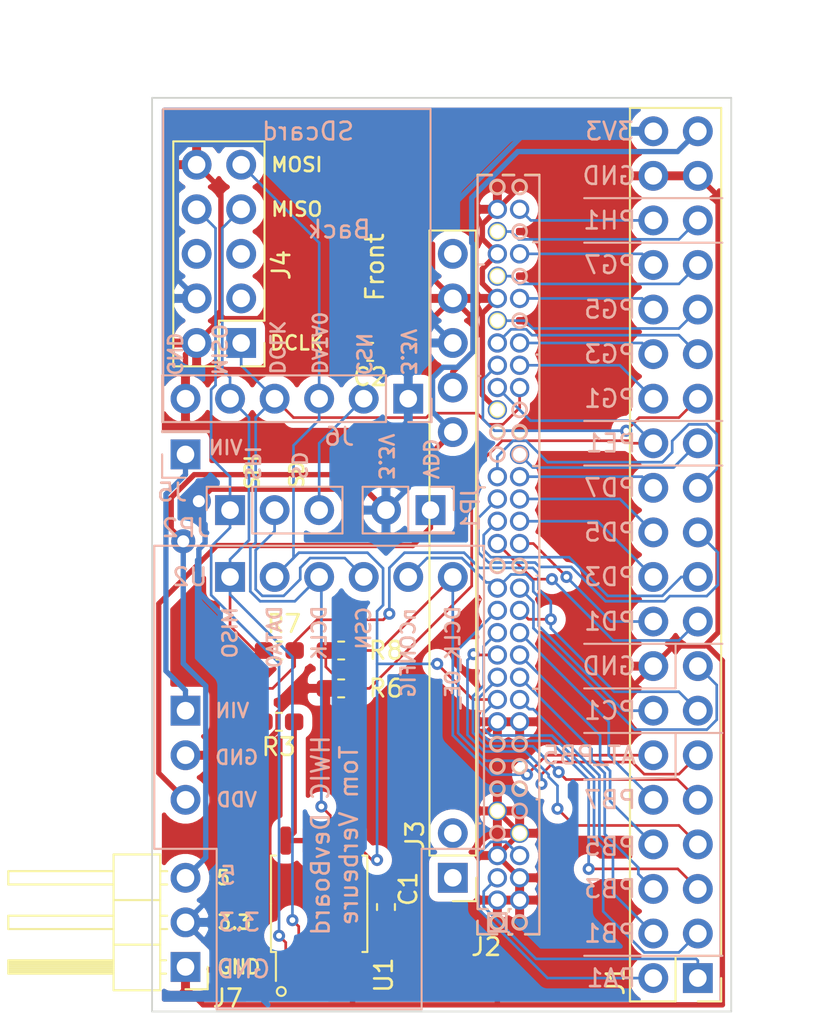
<source format=kicad_pcb>
(kicad_pcb (version 20171130) (host pcbnew "(5.1.5-0)")
  (layers (0 F.Cu signal) (31 B.Cu signal) (34 B.Paste user) (35 F.Paste user) (36 B.SilkS user) (37 F.SilkS user) (38 B.Mask user) (39 F.Mask user) (44 Edge.Cuts user))
  (net 0 "")
  (net 1 GND)
  (net 2 +12V)
  (net 3 +3V3)
  (net 4 +5V)
  (net 5 "Net-(J3-Pad2)")
  (net 6 "Net-(J3-Pad1)")
  (net 7 /PD7)
  (net 8 /PD6)
  (net 9 /PD5)
  (net 10 /PD4)
  (net 11 /PD3)
  (net 12 /PG7)
  (net 13 /PD2)
  (net 14 /PG6)
  (net 15 /PD1)
  (net 16 /PG5)
  (net 17 /PD0)
  (net 18 /PG4)
  (net 19 /PG3)
  (net 20 /PB8)
  (net 21 /PG2)
  (net 22 /PB7)
  (net 23 /PG1)
  (net 24 /PB6)
  (net 25 /PG0)
  (net 26 /PB5)
  (net 27 /PH1)
  (net 28 /PB4)
  (net 29 /PH0)
  (net 30 /PB3)
  (net 31 /PB2)
  (net 32 /PE0)
  (net 33 /PB1)
  (net 34 /PC1)
  (net 35 /DATA0)
  (net 36 /PC0)
  (net 37 /PA1)
  (net 38 /PA0)
  (net 39 /DCLK)
  (net 40 /PC2)
  (net 41 /SPI_CSN)
  (net 42 /SPI_MISO)
  (net 43 /UB_nCE)
  (net 44 /UB_nCONFIG)
  (net 45 /UB_CONF_DONE)
  (net 46 /SD_CSN)
  (net 47 /SPISD_CSN)
  (net 48 +8V)
  (net 49 VDD)
  (net 50 /DCLK_ALT)
  (net 51 /AT_PB5)
  (module cisco_hwic_dev_board:PinHeader_2x34_P1.27mm_Vertical_Top_Bottom (layer F.Cu) (at -537.845 -539.75 180)
    (fp_text reference J2 (at 1.905 -1.397 180) (layer F.SilkS))
    (fp_text value Conn_02x34_Top_Bottom_Cisco)
    (pad 67 thru_hole oval (at 0 40.64 180) (size 1.1 1.1) (drill 0.75) (layers *.Cu *.Mask) (net 27 /PH1))
    (pad 33 thru_hole oval (at 1.27 40.64 180) (size 1.1 1.1) (drill 0.75) (layers *.Cu *.Mask) (net 1 GND))
    (pad 32 thru_hole oval (at 1.27 39.37 180) (size 1.1 1.1) (drill 0.75) (layers *.Cu *.Mask) (net 29 /PH0))
    (pad 65 thru_hole oval (at 0 38.1 180) (size 1.1 1.1) (drill 0.75) (layers *.Cu *.Mask) (net 12 /PG7))
    (pad 31 thru_hole oval (at 1.27 38.1 180) (size 1.1 1.1) (drill 0.75) (layers *.Cu *.Mask) (net 1 GND))
    (pad 30 thru_hole oval (at 1.27 36.83 180) (size 1.1 1.1) (drill 0.75) (layers *.Cu *.Mask) (net 14 /PG6))
    (pad 63 thru_hole oval (at 0 35.56 180) (size 1.1 1.1) (drill 0.75) (layers *.Cu *.Mask) (net 16 /PG5))
    (pad 29 thru_hole oval (at 1.27 35.56 180) (size 1.1 1.1) (drill 0.75) (layers *.Cu *.Mask) (net 1 GND))
    (pad 28 thru_hole oval (at 1.27 34.29 180) (size 1.1 1.1) (drill 0.75) (layers *.Cu *.Mask) (net 18 /PG4))
    (pad 61 thru_hole oval (at 0 33.02 180) (size 1.1 1.1) (drill 0.75) (layers *.Cu *.Mask) (net 19 /PG3))
    (pad 27 thru_hole oval (at 1.27 33.02 180) (size 1.1 1.1) (drill 0.75) (layers *.Cu *.Mask) (net 21 /PG2))
    (pad 60 thru_hole oval (at 0 31.75 180) (size 1.1 1.1) (drill 0.75) (layers *.Cu *.Mask) (net 23 /PG1))
    (pad 26 thru_hole oval (at 1.27 31.75 180) (size 1.1 1.1) (drill 0.75) (layers *.Cu *.Mask) (net 25 /PG0))
    (pad 59 thru_hole oval (at 0 30.48 180) (size 1.1 1.1) (drill 0.75) (layers *.Cu *.Mask) (net 39 /DCLK))
    (pad 25 thru_hole oval (at 1.27 30.48 180) (size 1.1 1.1) (drill 0.75) (layers *.Cu *.Mask) (net 50 /DCLK_ALT))
    (pad 24 thru_hole oval (at 1.27 29.21 180) (size 1.1 1.1) (drill 0.75) (layers *.Cu *.Mask) (net 1 GND))
    (pad 56 thru_hole oval (at 0 26.67 180) (size 1.1 1.1) (drill 0.75) (layers *.Cu *.Mask) (net 32 /PE0))
    (pad 55 thru_hole oval (at 0 25.4 180) (size 1.1 1.1) (drill 0.75) (layers *.Cu *.Mask) (net 7 /PD7))
    (pad 21 thru_hole oval (at 1.27 25.4 180) (size 1.1 1.1) (drill 0.75) (layers *.Cu *.Mask) (net 8 /PD6))
    (pad 54 thru_hole oval (at 0 24.13 180) (size 1.1 1.1) (drill 0.75) (layers *.Cu *.Mask) (net 9 /PD5))
    (pad 20 thru_hole oval (at 1.27 24.13 180) (size 1.1 1.1) (drill 0.75) (layers *.Cu *.Mask) (net 10 /PD4))
    (pad 53 thru_hole oval (at 0 22.86 180) (size 1.1 1.1) (drill 0.75) (layers *.Cu *.Mask) (net 11 /PD3))
    (pad 19 thru_hole oval (at 1.27 22.86 180) (size 1.1 1.1) (drill 0.75) (layers *.Cu *.Mask) (net 13 /PD2))
    (pad 52 thru_hole oval (at 0 21.59 180) (size 1.1 1.1) (drill 0.75) (layers *.Cu *.Mask) (net 15 /PD1))
    (pad 18 thru_hole oval (at 1.27 21.59 180) (size 1.1 1.1) (drill 0.75) (layers *.Cu *.Mask) (net 17 /PD0))
    (pad 50 thru_hole oval (at 0 19.05 180) (size 1.1 1.1) (drill 0.75) (layers *.Cu *.Mask) (net 40 /PC2))
    (pad 16 thru_hole oval (at 1.27 19.05 180) (size 1.1 1.1) (drill 0.75) (layers *.Cu *.Mask) (net 34 /PC1))
    (pad 49 thru_hole oval (at 0 17.78 180) (size 1.1 1.1) (drill 0.75) (layers *.Cu *.Mask) (net 36 /PC0))
    (pad 15 thru_hole oval (at 1.27 17.78 180) (size 1.1 1.1) (drill 0.75) (layers *.Cu *.Mask) (net 20 /PB8))
    (pad 48 thru_hole oval (at 0 16.51 180) (size 1.1 1.1) (drill 0.75) (layers *.Cu *.Mask) (net 22 /PB7))
    (pad 14 thru_hole oval (at 1.27 16.51 180) (size 1.1 1.1) (drill 0.75) (layers *.Cu *.Mask) (net 24 /PB6))
    (pad 47 thru_hole oval (at 0 15.24 180) (size 1.1 1.1) (drill 0.75) (layers *.Cu *.Mask) (net 26 /PB5))
    (pad 13 thru_hole oval (at 1.27 15.24 180) (size 1.1 1.1) (drill 0.75) (layers *.Cu *.Mask) (net 28 /PB4))
    (pad 46 thru_hole oval (at 0 13.97 180) (size 1.1 1.1) (drill 0.75) (layers *.Cu *.Mask) (net 30 /PB3))
    (pad 12 thru_hole oval (at 1.27 13.97 180) (size 1.1 1.1) (drill 0.75) (layers *.Cu *.Mask) (net 31 /PB2))
    (pad 45 thru_hole oval (at 0 12.7 180) (size 1.1 1.1) (drill 0.75) (layers *.Cu *.Mask) (net 33 /PB1))
    (pad 11 thru_hole oval (at 1.27 12.7 180) (size 1.1 1.1) (drill 0.75) (layers *.Cu *.Mask) (net 35 /DATA0))
    (pad 44 thru_hole oval (at 0 11.43 180) (size 1.1 1.1) (drill 0.75) (layers *.Cu *.Mask) (net 1 GND))
    (pad 10 thru_hole oval (at 1.27 11.43 180) (size 1.1 1.1) (drill 0.75) (layers *.Cu *.Mask) (net 1 GND))
    (pad 6 thru_hole oval (at 1.27 6.35 180) (size 1.1 1.1) (drill 0.75) (layers *.Cu *.Mask) (net 1 GND))
    (pad 39 thru_hole oval (at 0 5.08 180) (size 1.1 1.1) (drill 0.75) (layers *.Cu *.Mask) (net 1 GND))
    (pad 38 thru_hole oval (at 0 3.81 180) (size 1.1 1.1) (drill 0.75) (layers *.Cu *.Mask) (net 37 /PA1))
    (pad 4 thru_hole oval (at 1.27 3.81 180) (size 1.1 1.1) (drill 0.75) (layers *.Cu *.Mask) (net 1 GND))
    (pad 37 thru_hole oval (at 0 2.54 180) (size 1.1 1.1) (drill 0.75) (layers *.Cu *.Mask) (net 1 GND))
    (pad 3 thru_hole oval (at 1.27 2.54 180) (size 1.1 1.1) (drill 0.75) (layers *.Cu *.Mask) (net 38 /PA0))
    (pad 36 thru_hole oval (at 0 1.27 180) (size 1.1 1.1) (drill 0.75) (layers *.Cu *.Mask) (net 1 GND))
    (pad 2 thru_hole oval (at 1.27 1.27 180) (size 1.1 1.1) (drill 0.75) (layers *.Cu *.Mask) (net 1 GND))
  )
  (module Connector_PinHeader_2.54mm:PinHeader_2x20_P2.54mm_Vertical (layer F.Cu) (at -527.685 -536.575 180)
    (fp_text reference J1 (at 4.699 -0.127 90) (layer F.SilkS))
    (fp_text value Conn_02x20_Odd_Even)
    (pad 40 thru_hole oval (at 2.54 48.26 180) (size 1.7 1.7) (drill 1) (layers *.Cu *.Mask) (net 3 +3V3))
    (pad 39 thru_hole oval (at 0 48.26 180) (size 1.7 1.7) (drill 1) (layers *.Cu *.Mask) (net 4 +5V))
    (pad 38 thru_hole oval (at 2.54 45.72 180) (size 1.7 1.7) (drill 1) (layers *.Cu *.Mask) (net 1 GND))
    (pad 37 thru_hole oval (at 0 45.72 180) (size 1.7 1.7) (drill 1) (layers *.Cu *.Mask) (net 1 GND))
    (pad 36 thru_hole oval (at 2.54 43.18 180) (size 1.7 1.7) (drill 1) (layers *.Cu *.Mask) (net 27 /PH1))
    (pad 35 thru_hole oval (at 0 43.18 180) (size 1.7 1.7) (drill 1) (layers *.Cu *.Mask) (net 29 /PH0))
    (pad 34 thru_hole oval (at 2.54 40.64 180) (size 1.7 1.7) (drill 1) (layers *.Cu *.Mask) (net 12 /PG7))
    (pad 33 thru_hole oval (at 0 40.64 180) (size 1.7 1.7) (drill 1) (layers *.Cu *.Mask) (net 14 /PG6))
    (pad 32 thru_hole oval (at 2.54 38.1 180) (size 1.7 1.7) (drill 1) (layers *.Cu *.Mask) (net 16 /PG5))
    (pad 31 thru_hole oval (at 0 38.1 180) (size 1.7 1.7) (drill 1) (layers *.Cu *.Mask) (net 18 /PG4))
    (pad 30 thru_hole oval (at 2.54 35.56 180) (size 1.7 1.7) (drill 1) (layers *.Cu *.Mask) (net 19 /PG3))
    (pad 29 thru_hole oval (at 0 35.56 180) (size 1.7 1.7) (drill 1) (layers *.Cu *.Mask) (net 21 /PG2))
    (pad 28 thru_hole oval (at 2.54 33.02 180) (size 1.7 1.7) (drill 1) (layers *.Cu *.Mask) (net 23 /PG1))
    (pad 27 thru_hole oval (at 0 33.02 180) (size 1.7 1.7) (drill 1) (layers *.Cu *.Mask) (net 25 /PG0))
    (pad 26 thru_hole oval (at 2.54 30.48 180) (size 1.7 1.7) (drill 1) (layers *.Cu *.Mask) (net 50 /DCLK_ALT))
    (pad 25 thru_hole oval (at 0 30.48 180) (size 1.7 1.7) (drill 1) (layers *.Cu *.Mask) (net 32 /PE0))
    (pad 24 thru_hole oval (at 2.54 27.94 180) (size 1.7 1.7) (drill 1) (layers *.Cu *.Mask) (net 7 /PD7))
    (pad 23 thru_hole oval (at 0 27.94 180) (size 1.7 1.7) (drill 1) (layers *.Cu *.Mask) (net 8 /PD6))
    (pad 22 thru_hole oval (at 2.54 25.4 180) (size 1.7 1.7) (drill 1) (layers *.Cu *.Mask) (net 9 /PD5))
    (pad 21 thru_hole oval (at 0 25.4 180) (size 1.7 1.7) (drill 1) (layers *.Cu *.Mask) (net 10 /PD4))
    (pad 20 thru_hole oval (at 2.54 22.86 180) (size 1.7 1.7) (drill 1) (layers *.Cu *.Mask) (net 11 /PD3))
    (pad 19 thru_hole oval (at 0 22.86 180) (size 1.7 1.7) (drill 1) (layers *.Cu *.Mask) (net 13 /PD2))
    (pad 18 thru_hole oval (at 2.54 20.32 180) (size 1.7 1.7) (drill 1) (layers *.Cu *.Mask) (net 15 /PD1))
    (pad 17 thru_hole oval (at 0 20.32 180) (size 1.7 1.7) (drill 1) (layers *.Cu *.Mask) (net 17 /PD0))
    (pad 16 thru_hole oval (at 2.54 17.78 180) (size 1.7 1.7) (drill 1) (layers *.Cu *.Mask) (net 1 GND))
    (pad 15 thru_hole oval (at 0 17.78 180) (size 1.7 1.7) (drill 1) (layers *.Cu *.Mask) (net 40 /PC2))
    (pad 14 thru_hole oval (at 2.54 15.24 180) (size 1.7 1.7) (drill 1) (layers *.Cu *.Mask) (net 34 /PC1))
    (pad 13 thru_hole oval (at 0 15.24 180) (size 1.7 1.7) (drill 1) (layers *.Cu *.Mask) (net 36 /PC0))
    (pad 12 thru_hole oval (at 2.54 12.7 180) (size 1.7 1.7) (drill 1) (layers *.Cu *.Mask) (net 51 /AT_PB5))
    (pad 11 thru_hole oval (at 0 12.7 180) (size 1.7 1.7) (drill 1) (layers *.Cu *.Mask) (net 20 /PB8))
    (pad 10 thru_hole oval (at 2.54 10.16 180) (size 1.7 1.7) (drill 1) (layers *.Cu *.Mask) (net 22 /PB7))
    (pad 9 thru_hole oval (at 0 10.16 180) (size 1.7 1.7) (drill 1) (layers *.Cu *.Mask) (net 24 /PB6))
    (pad 8 thru_hole oval (at 2.54 7.62 180) (size 1.7 1.7) (drill 1) (layers *.Cu *.Mask) (net 26 /PB5))
    (pad 7 thru_hole oval (at 0 7.62 180) (size 1.7 1.7) (drill 1) (layers *.Cu *.Mask) (net 28 /PB4))
    (pad 6 thru_hole oval (at 2.54 5.08 180) (size 1.7 1.7) (drill 1) (layers *.Cu *.Mask) (net 30 /PB3))
    (pad 5 thru_hole oval (at 0 5.08 180) (size 1.7 1.7) (drill 1) (layers *.Cu *.Mask) (net 31 /PB2))
    (pad 4 thru_hole oval (at 2.54 2.54 180) (size 1.7 1.7) (drill 1) (layers *.Cu *.Mask) (net 33 /PB1))
    (pad 3 thru_hole oval (at 0 2.54 180) (size 1.7 1.7) (drill 1) (layers *.Cu *.Mask) (net 35 /DATA0))
    (pad 2 thru_hole oval (at 2.54 0 180) (size 1.7 1.7) (drill 1) (layers *.Cu *.Mask) (net 37 /PA1))
    (pad 1 thru_hole rect (at 0 0 180) (size 1.7 1.7) (drill 1) (layers *.Cu *.Mask) (net 38 /PA0))
  )
  (module Capacitor_SMD:C_0603_1608Metric_Pad1.05x0.95mm_HandSolder (layer F.Cu) (at -546.368 -572.262 180)
    (fp_text reference C2 (at 0 -1.43) (layer F.SilkS))
    (fp_text value C)
    (pad 2 smd roundrect (at 0.875 0 180) (size 1.05 0.95) (layers F.Cu F.Paste F.Mask) (net 1 GND))
    (pad 1 smd roundrect (at -0.875 0 180) (size 1.05 0.95) (layers F.Cu F.Paste F.Mask) (net 3 +3V3))
  )
  (module Connector_PinHeader_2.54mm:PinHeader_1x01_P2.54mm_Vertical (layer B.Cu) (at -556.895 -566.42)
    (fp_text reference J5 (at -0.762 2.159) (layer B.SilkS) (effects (justify mirror)))
    (fp_text value ATT85_VIN)
    (pad 1 thru_hole rect (at 0 0) (size 1.7 1.7) (drill 1) (layers *.Cu *.Mask) (net 48 +8V))
  )
  (module cisco_hwic_dev_board:Digispark_ATtiny85 (layer B.Cu) (at -554.355 -559.435 270)
    (fp_text reference U2 (at 0 2.286) (layer B.SilkS) (effects (justify mirror)))
    (fp_text value ATtiny85_devboard)
    (pad 6 thru_hole oval (at 0 -12.7 270) (size 1.7 1.7) (drill 1) (layers *.Cu *.Mask) (net 51 /AT_PB5))
    (pad 5 thru_hole oval (at 0 -10.16 270) (size 1.7 1.7) (drill 1) (layers *.Cu *.Mask) (net 34 /PC1))
    (pad 4 thru_hole oval (at 0 -7.62 270) (size 1.7 1.7) (drill 1) (layers *.Cu *.Mask) (net 47 /SPISD_CSN))
    (pad 3 thru_hole oval (at 0 -5.08 270) (size 1.7 1.7) (drill 1) (layers *.Cu *.Mask) (net 39 /DCLK))
    (pad 2 thru_hole oval (at 0 -2.54 270) (size 1.7 1.7) (drill 1) (layers *.Cu *.Mask) (net 35 /DATA0))
    (pad 1 thru_hole rect (at 0 0 270) (size 1.7 1.7) (drill 1) (layers *.Cu *.Mask) (net 42 /SPI_MISO))
    (pad 9 thru_hole oval (at 12.7 2.54 180) (size 1.7 1.7) (drill 1) (layers *.Cu *.Mask) (net 49 VDD))
    (pad 8 thru_hole oval (at 10.16 2.54 180) (size 1.7 1.7) (drill 1) (layers *.Cu *.Mask) (net 1 GND))
    (pad 7 thru_hole rect (at 7.62 2.54 180) (size 1.7 1.7) (drill 1) (layers *.Cu *.Mask) (net 48 +8V))
  )
  (module Connector_PinHeader_2.54mm:PinHeader_2x01_P2.54mm_Vertical (layer B.Cu) (at -542.925 -563.245 180)
    (fp_text reference JP1 (at -2.286 0.127 90) (layer B.SilkS) (effects (justify mirror)))
    (fp_text value "3.3V Main")
    (pad 2 thru_hole oval (at 2.54 0 180) (size 1.7 1.7) (drill 1) (layers *.Cu *.Mask) (net 3 +3V3))
    (pad 1 thru_hole rect (at 0 0 180) (size 1.7 1.7) (drill 1) (layers *.Cu *.Mask) (net 49 VDD))
  )
  (module Connector_PinHeader_2.54mm:PinHeader_1x03_P2.54mm_Vertical (layer B.Cu) (at -554.355 -563.245 270)
    (fp_text reference JP2 (at 1.016 2.54 180) (layer B.SilkS) (effects (justify mirror)))
    (fp_text value Jumper_3_Bridged12)
    (pad 3 thru_hole oval (at 0 -5.08 270) (size 1.7 1.7) (drill 1) (layers *.Cu *.Mask) (net 46 /SD_CSN))
    (pad 2 thru_hole oval (at 0 -2.54 270) (size 1.7 1.7) (drill 1) (layers *.Cu *.Mask) (net 47 /SPISD_CSN))
    (pad 1 thru_hole rect (at 0 0 270) (size 1.7 1.7) (drill 1) (layers *.Cu *.Mask) (net 41 /SPI_CSN))
  )
  (module Connector_PinHeader_2.54mm:PinHeader_2x05_P2.54mm_Vertical (layer F.Cu) (at -553.72 -572.77 180)
    (fp_text reference J4 (at -2.286 4.445 90) (layer F.SilkS))
    (fp_text value "USB Blaster Active Serial")
    (pad 10 thru_hole oval (at 2.54 10.16 180) (size 1.7 1.7) (drill 1) (layers *.Cu *.Mask) (net 1 GND))
    (pad 9 thru_hole oval (at 0 10.16 180) (size 1.7 1.7) (drill 1) (layers *.Cu *.Mask) (net 35 /DATA0))
    (pad 8 thru_hole oval (at 2.54 7.62 180) (size 1.7 1.7) (drill 1) (layers *.Cu *.Mask) (net 41 /SPI_CSN))
    (pad 7 thru_hole oval (at 0 7.62 180) (size 1.7 1.7) (drill 1) (layers *.Cu *.Mask) (net 42 /SPI_MISO))
    (pad 6 thru_hole oval (at 2.54 5.08 180) (size 1.7 1.7) (drill 1) (layers *.Cu *.Mask) (net 43 /UB_nCE))
    (pad 5 thru_hole oval (at 0 5.08 180) (size 1.7 1.7) (drill 1) (layers *.Cu *.Mask) (net 44 /UB_nCONFIG))
    (pad 4 thru_hole oval (at 2.54 2.54 180) (size 1.7 1.7) (drill 1) (layers *.Cu *.Mask) (net 3 +3V3))
    (pad 3 thru_hole oval (at 0 2.54 180) (size 1.7 1.7) (drill 1) (layers *.Cu *.Mask) (net 45 /UB_CONF_DONE))
    (pad 2 thru_hole oval (at 2.54 0 180) (size 1.7 1.7) (drill 1) (layers *.Cu *.Mask) (net 1 GND))
    (pad 1 thru_hole rect (at 0 0 180) (size 1.7 1.7) (drill 1) (layers *.Cu *.Mask) (net 39 /DCLK))
  )
  (module Connector_PinHeader_2.54mm:PinHeader_1x06_P2.54mm_Vertical (layer B.Cu) (at -544.195 -569.595 90)
    (fp_text reference J6 (at -2.159 -3.937 180) (layer B.SilkS) (effects (justify mirror)))
    (fp_text value "SD Card")
    (pad 6 thru_hole oval (at 0 -12.7 90) (size 1.7 1.7) (drill 1) (layers *.Cu *.Mask) (net 1 GND))
    (pad 5 thru_hole oval (at 0 -10.16 90) (size 1.7 1.7) (drill 1) (layers *.Cu *.Mask) (net 42 /SPI_MISO))
    (pad 4 thru_hole oval (at 0 -7.62 90) (size 1.7 1.7) (drill 1) (layers *.Cu *.Mask) (net 39 /DCLK))
    (pad 3 thru_hole oval (at 0 -5.08 90) (size 1.7 1.7) (drill 1) (layers *.Cu *.Mask) (net 35 /DATA0))
    (pad 2 thru_hole oval (at 0 -2.54 90) (size 1.7 1.7) (drill 1) (layers *.Cu *.Mask) (net 46 /SD_CSN))
    (pad 1 thru_hole rect (at 0 0 90) (size 1.7 1.7) (drill 1) (layers *.Cu *.Mask) (net 3 +3V3))
  )
  (module cisco_hwic_dev_board:PinHeader_1x15_P2.54mm_Vertical_Cisco (layer F.Cu) (at -541.655 -542.29 180)
    (fp_text reference J3 (at 2.159 2.413 90) (layer F.SilkS))
    (fp_text value Conn_01x15)
    (pad 15 thru_hole oval (at 0 35.56 180) (size 1.7 1.7) (drill 1) (layers *.Cu *.Mask) (net 2 +12V))
    (pad 14 thru_hole oval (at 0 33.02 180) (size 1.7 1.7) (drill 1) (layers *.Cu *.Mask) (net 1 GND))
    (pad 13 thru_hole oval (at 0 30.48 180) (size 1.7 1.7) (drill 1) (layers *.Cu *.Mask) (net 3 +3V3))
    (pad 12 thru_hole oval (at 0 27.94 180) (size 1.7 1.7) (drill 1) (layers *.Cu *.Mask) (net 1 GND))
    (pad 11 thru_hole oval (at 0 25.4 180) (size 1.7 1.7) (drill 1) (layers *.Cu *.Mask) (net 4 +5V))
    (pad 2 thru_hole oval (at 0 2.54 180) (size 1.7 1.7) (drill 1) (layers *.Cu *.Mask) (net 5 "Net-(J3-Pad2)"))
    (pad 1 thru_hole rect (at 0 0 180) (size 1.7 1.7) (drill 1) (layers *.Cu *.Mask) (net 6 "Net-(J3-Pad1)"))
  )
  (module Capacitor_SMD:C_0603_1608Metric_Pad1.05x0.95mm_HandSolder (layer F.Cu) (at -545.465 -540.625 270)
    (fp_text reference C1 (at -1.03 -1.27 90) (layer F.SilkS))
    (fp_text value C)
    (pad 2 smd roundrect (at 0.875 0 270) (size 1.05 0.95) (layers F.Cu F.Paste F.Mask) (net 1 GND))
    (pad 1 smd roundrect (at -0.875 0 270) (size 1.05 0.95) (layers F.Cu F.Paste F.Mask) (net 3 +3V3))
  )
  (module Package_SO:SOIC-8_5.275x5.275mm_P1.27mm (layer F.Cu) (at -549.275 -540.81 90)
    (fp_text reference U1 (at -4.064 3.683 90) (layer F.SilkS))
    (fp_text value AT25xxx)
    (pad 8 smd roundrect (at 3.6 -1.905 90) (size 1.6 0.6) (layers F.Cu F.Paste F.Mask) (net 3 +3V3))
    (pad 7 smd roundrect (at 3.6 -0.635 90) (size 1.6 0.6) (layers F.Cu F.Paste F.Mask) (net 3 +3V3))
    (pad 6 smd roundrect (at 3.6 0.635 90) (size 1.6 0.6) (layers F.Cu F.Paste F.Mask) (net 39 /DCLK))
    (pad 5 smd roundrect (at 3.6 1.905 90) (size 1.6 0.6) (layers F.Cu F.Paste F.Mask) (net 35 /DATA0))
    (pad 4 smd roundrect (at -3.6 1.905 90) (size 1.6 0.6) (layers F.Cu F.Paste F.Mask) (net 1 GND))
    (pad 3 smd roundrect (at -3.6 0.635 90) (size 1.6 0.6) (layers F.Cu F.Paste F.Mask) (net 3 +3V3))
    (pad 2 smd roundrect (at -3.6 -0.635 90) (size 1.6 0.6) (layers F.Cu F.Paste F.Mask) (net 42 /SPI_MISO))
    (pad 1 smd roundrect (at -3.6 -1.905 90) (size 1.6 0.6) (layers F.Cu F.Paste F.Mask) (net 41 /SPI_CSN))
  )
  (module Connector_PinHeader_2.54mm:PinHeader_1x03_P2.54mm_Horizontal (layer F.Cu) (at -556.895 -537.21 180)
    (fp_text reference J7 (at -2.413 -1.778 180) (layer F.SilkS))
    (fp_text value Power)
    (pad 3 thru_hole oval (at 0 5.08 180) (size 1.7 1.7) (drill 1) (layers *.Cu *.Mask) (net 4 +5V))
    (pad 2 thru_hole oval (at 0 2.54 180) (size 1.7 1.7) (drill 1) (layers *.Cu *.Mask) (net 3 +3V3))
    (pad 1 thru_hole rect (at 0 0 180) (size 1.7 1.7) (drill 1) (layers *.Cu *.Mask) (net 1 GND))
  )
  (module Resistor_SMD:R_0603_1608Metric_Pad1.05x0.95mm_HandSolder (layer F.Cu) (at -548.019 -555.244)
    (fp_text reference R8 (at 2.554 0) (layer F.SilkS))
    (fp_text value NS)
    (pad 2 smd roundrect (at 0.875 0) (size 1.05 0.95) (layers F.Cu F.Paste F.Mask) (net 51 /AT_PB5))
    (pad 1 smd roundrect (at -0.875 0) (size 1.05 0.95) (layers F.Cu F.Paste F.Mask) (net 50 /DCLK_ALT))
  )
  (module Resistor_SMD:R_0603_1608Metric_Pad1.05x0.95mm_HandSolder (layer F.Cu) (at -551.547 -555.244 180)
    (fp_text reference R7 (at -0.268 1.524) (layer F.SilkS))
    (fp_text value NS)
    (pad 2 smd roundrect (at 0.875 0 180) (size 1.05 0.95) (layers F.Cu F.Paste F.Mask) (net 42 /SPI_MISO))
    (pad 1 smd roundrect (at -0.875 0 180) (size 1.05 0.95) (layers F.Cu F.Paste F.Mask) (net 36 /PC0))
  )
  (module Resistor_SMD:R_0603_1608Metric_Pad1.05x0.95mm_HandSolder (layer F.Cu) (at -548.019 -553.085)
    (fp_text reference R6 (at 2.554 0) (layer F.SilkS))
    (fp_text value 10K)
    (pad 2 smd roundrect (at 0.875 0) (size 1.05 0.95) (layers F.Cu F.Paste F.Mask) (net 50 /DCLK_ALT))
    (pad 1 smd roundrect (at -0.875 0) (size 1.05 0.95) (layers F.Cu F.Paste F.Mask) (net 1 GND))
  )
  (module Resistor_SMD:R_0603_1608Metric_Pad1.05x0.95mm_HandSolder (layer F.Cu) (at -551.575 -551.18 180)
    (fp_text reference R3 (at 0 -1.43) (layer F.SilkS))
    (fp_text value 10K)
    (pad 2 smd roundrect (at 0.875 0 180) (size 1.05 0.95) (layers F.Cu F.Paste F.Mask) (net 36 /PC0))
    (pad 1 smd roundrect (at -0.875 0 180) (size 1.05 0.95) (layers F.Cu F.Paste F.Mask) (net 3 +3V3))
  )
  (gr_line (start -526.288 -581.025) (end -534.162 -581.025) (layer B.SilkS) (width 0.12))
  (gr_line (start -526.288 -578.485) (end -534.162 -578.485) (layer B.SilkS) (width 0.12))
  (gr_line (start -526.288 -568.325) (end -534.162 -568.325) (layer B.SilkS) (width 0.12))
  (gr_line (start -526.288 -565.785) (end -534.162 -565.785) (layer B.SilkS) (width 0.12))
  (gr_line (start -528.955 -555.625) (end -534.162 -555.625) (layer B.SilkS) (width 0.12))
  (gr_line (start -528.955 -553.085) (end -534.162 -553.085) (layer B.SilkS) (width 0.12))
  (gr_line (start -528.955 -555.625) (end -528.955 -553.085) (layer B.SilkS) (width 0.12))
  (gr_line (start -526.288 -555.625) (end -528.955 -555.625) (layer B.SilkS) (width 0.12))
  (gr_line (start -528.955 -550.545) (end -534.162 -550.545) (layer B.SilkS) (width 0.12))
  (gr_line (start -528.955 -548.005) (end -534.162 -547.878) (layer B.SilkS) (width 0.12))
  (gr_line (start -528.955 -550.545) (end -528.955 -548.005) (layer B.SilkS) (width 0.12))
  (gr_line (start -526.288 -550.545) (end -528.955 -550.545) (layer B.SilkS) (width 0.12))
  (gr_line (start -526.288 -537.845) (end -534.162 -537.845) (layer B.SilkS) (width 0.12))
  (gr_text 3V3 (at -531.241 -584.835) (layer B.SilkS) (effects (font (size 1 1)) (justify left mirror)))
  (gr_text PG7 (at -531.114 -577.215) (layer B.SilkS) (effects (font (size 1 1)) (justify left mirror)))
  (gr_text PG5 (at -531.114 -574.675) (layer B.SilkS) (effects (font (size 1 1)) (justify left mirror)))
  (gr_text PG3 (at -531.114 -572.135) (layer B.SilkS) (effects (font (size 1 1)) (justify left mirror)))
  (gr_text PE1 (at -531.114 -567.055) (layer B.SilkS) (effects (font (size 1 1)) (justify left mirror)))
  (gr_text PD7 (at -531.114 -564.515) (layer B.SilkS) (effects (font (size 1 1)) (justify left mirror)))
  (gr_text PD5 (at -531.114 -561.975) (layer B.SilkS) (effects (font (size 1 1)) (justify left mirror)))
  (gr_text PD3 (at -531.114 -559.435) (layer B.SilkS) (effects (font (size 1 1)) (justify left mirror)))
  (gr_text GND (at -531.114 -554.355) (layer B.SilkS) (effects (font (size 1 1)) (justify left mirror)))
  (gr_text AT_PB5 (at -531.114 -549.275) (layer B.SilkS) (effects (font (size 1 1)) (justify left mirror)))
  (gr_text PB5 (at -531.114 -544.068) (layer B.SilkS) (effects (font (size 1 1)) (justify left mirror)))
  (gr_text PB3 (at -531.114 -541.655) (layer B.SilkS) (effects (font (size 1 1)) (justify left mirror)))
  (gr_text GND (at -531.114 -582.295) (layer B.SilkS) (effects (font (size 1 1)) (justify left mirror)))
  (gr_text PH1 (at -531.114 -579.755) (layer B.SilkS) (effects (font (size 1 1)) (justify left mirror)))
  (gr_text PG1 (at -531.114 -569.595) (layer B.SilkS) (effects (font (size 1 1)) (justify left mirror)))
  (gr_text PD1 (at -531.114 -556.895) (layer B.SilkS) (effects (font (size 1 1)) (justify left mirror)))
  (gr_text PC1 (at -531.114 -551.815) (layer B.SilkS) (effects (font (size 1 1)) (justify left mirror)))
  (gr_text PB7 (at -531.114 -546.735) (layer B.SilkS) (effects (font (size 1 1)) (justify left mirror)))
  (gr_text PB1 (at -531.114 -539.115) (layer B.SilkS) (effects (font (size 1 1)) (justify left mirror)))
  (gr_text PA1 (at -531.114 -536.575) (layer B.SilkS) (effects (font (size 1 1)) (justify left mirror)))
  (gr_circle (center -551.434 -535.813) (end -551.18 -535.813) (layer F.SilkS) (width 0.12))
  (gr_text SPI (at -553.085 -565.912 270) (layer B.SilkS) (effects (font (size 0.8 0.8)) (justify mirror)))
  (gr_text 3.3V (at -545.465 -566.293 270) (layer B.SilkS) (effects (font (size 0.8 0.8)) (justify mirror)))
  (gr_text VDD (at -542.925 -566.166 270) (layer B.SilkS) (effects (font (size 0.8 0.8)) (justify mirror)))
  (gr_text VIN (at -554.609 -566.801) (layer B.SilkS) (effects (font (size 0.8 0.8)) (justify mirror)))
  (gr_text VDD (at -553.974 -546.735) (layer B.SilkS) (effects (font (size 0.8 0.8)) (justify mirror)))
  (gr_text VIN (at -554.228 -551.815) (layer B.SilkS) (effects (font (size 0.8 0.8)) (justify mirror)))
  (gr_text GND (at -553.974 -549.148) (layer B.SilkS) (effects (font (size 0.8 0.8)) (justify mirror)))
  (gr_text Back (at -548.132 -579.247) (layer B.SilkS) (effects (font (size 1 1)) (justify mirror)))
  (gr_text DCLK_OE_ (at -541.655 -554.863 90) (layer B.SilkS) (effects (font (size 0.8 0.8)) (justify mirror)))
  (gr_text nCONFIG (at -544.195 -555.117 90) (layer B.SilkS) (effects (font (size 0.8 0.8)) (justify mirror)))
  (gr_text CSN (at -546.735 -556.514 90) (layer B.SilkS) (effects (font (size 0.8 0.8)) (justify mirror)))
  (gr_text DCLK (at -549.275 -556.26 90) (layer B.SilkS) (effects (font (size 0.8 0.8)) (justify mirror)))
  (gr_text DATA0 (at -551.815 -556.006 90) (layer B.SilkS) (effects (font (size 0.8 0.8)) (justify mirror)))
  (gr_text MISO (at -554.355 -556.26 90) (layer B.SilkS) (effects (font (size 0.8 0.8)) (justify mirror)))
  (gr_text GND (at -557.53 -572.135 270) (layer B.SilkS) (effects (font (size 0.8 0.8)) (justify mirror)))
  (gr_text MISO (at -554.99 -572.389 270) (layer B.SilkS) (effects (font (size 0.8 0.8)) (justify mirror)))
  (gr_text DCLK (at -551.688 -572.516 270) (layer B.SilkS) (effects (font (size 0.8 0.8)) (justify mirror)))
  (gr_text DATA0 (at -549.275 -572.77 270) (layer B.SilkS) (effects (font (size 0.8 0.8)) (justify mirror)))
  (gr_text CSN (at -546.735 -572.135 270) (layer B.SilkS) (effects (font (size 0.8 0.8)) (justify mirror)))
  (gr_text 3.3V (at -544.195 -572.262 270) (layer B.SilkS) (effects (font (size 0.8 0.8)) (justify mirror)))
  (gr_line (start -558.8 -534.67) (end -558.8 -586.74) (layer Edge.Cuts) (width 0.1))
  (gr_line (start -558.8 -586.74) (end -525.78 -586.74) (layer Edge.Cuts) (width 0.1))
  (gr_line (start -525.78 -534.67) (end -558.8 -534.67) (layer Edge.Cuts) (width 0.1))
  (gr_line (start -525.78 -586.74) (end -525.78 -534.67) (layer Edge.Cuts) (width 0.1))
  (gr_text SD (at -550.418 -565.785 270) (layer B.SilkS) (effects (font (size 0.8 0.8)) (justify mirror)))
  (gr_text SD (at -550.545 -565.277 90) (layer F.SilkS) (effects (font (size 0.8 0.8))))
  (gr_text SPI (at -553.085 -565.404 90) (layer F.SilkS) (effects (font (size 0.8 0.8))))
  (gr_text 5 (at -554.736 -542.29) (layer F.SilkS) (effects (font (size 0.8 0.8))))
  (gr_text 3.3 (at -554.101 -539.75) (layer F.SilkS) (effects (font (size 0.8 0.8))))
  (gr_text GND (at -553.847 -537.21) (layer F.SilkS) (effects (font (size 0.8 0.8))))
  (gr_text 5 (at -554.482 -542.417) (layer B.SilkS) (effects (font (size 1 1)) (justify mirror)))
  (gr_text 3.3 (at -553.847 -539.75) (layer B.SilkS) (effects (font (size 1 1)) (justify mirror)))
  (gr_text GND (at -553.593 -537.083) (layer B.SilkS) (effects (font (size 1 1)) (justify mirror)))
  (gr_text SDcard (at -549.91 -584.835) (layer B.SilkS) (effects (font (size 1 1)) (justify mirror)))
  (gr_line (start -542.925 -568.325) (end -542.925 -586.105) (layer B.SilkS) (width 0.12))
  (gr_line (start -558.165 -586.105) (end -542.925 -586.105) (layer B.SilkS) (width 0.12))
  (gr_line (start -558.165 -586.105) (end -558.165 -568.325) (layer B.SilkS) (width 0.12))
  (gr_text "HWIC DevBoard\nTom Verbeure" (at -548.386 -544.703 90) (layer B.SilkS) (effects (font (size 1 1)) (justify mirror)))
  (gr_text Front (at -546.1 -577.088 90) (layer F.SilkS) (effects (font (size 1 1))))
  (gr_text MOSI (at -550.545 -582.93) (layer F.SilkS) (effects (font (size 0.8 0.8))))
  (gr_text MISO (at -550.545 -580.39) (layer F.SilkS) (effects (font (size 0.8 0.8))))
  (gr_text DCLK (at -550.545 -572.77) (layer F.SilkS) (effects (font (size 0.8 0.8))))
  (segment (start -541.655 -570.23) (end -541.528 -570.23) (width 0.3048) (layer B.Cu) (net 1))
  (segment (start -545.465 -539.115) (end -545.465 -539.75) (width 0.3048) (layer F.Cu) (net 1))
  (segment (start -547.37 -537.21) (end -545.465 -539.115) (width 0.3048) (layer F.Cu) (net 1))
  (segment (start -556.895 -536.0552) (end -556.895 -537.21) (width 0.3048) (layer F.Cu) (net 1))
  (segment (start -555.8908 -535.051) (end -556.895 -536.0552) (width 0.3048) (layer F.Cu) (net 1))
  (segment (start -547.37 -535.051) (end -555.8908 -535.051) (width 0.3048) (layer F.Cu) (net 1))
  (segment (start -547.37 -537.21) (end -547.37 -535.051) (width 0.3048) (layer F.Cu) (net 1))
  (segment (start -539.115 -535.051) (end -547.37 -535.051) (width 0.3048) (layer F.Cu) (net 1))
  (segment (start -556.895 -572.135) (end -556.26 -572.77) (width 0.3048) (layer F.Cu) (net 1))
  (segment (start -556.895 -569.595) (end -556.895 -572.135) (width 0.3048) (layer F.Cu) (net 1))
  (segment (start -548.06419 -550.808246) (end -548.06419 -552.78019) (width 0.3048) (layer F.Cu) (net 1))
  (segment (start -547.656134 -550.40019) (end -548.06419 -550.808246) (width 0.3048) (layer F.Cu) (net 1))
  (segment (start -548.369 -553.085) (end -548.894 -553.085) (width 0.3048) (layer F.Cu) (net 1))
  (segment (start -540.672627 -550.40019) (end -547.656134 -550.40019) (width 0.3048) (layer F.Cu) (net 1))
  (segment (start -548.06419 -552.78019) (end -548.369 -553.085) (width 0.3048) (layer F.Cu) (net 1))
  (segment (start -543.040199 -573.924801) (end -542.504999 -574.460001) (width 0.3048) (layer F.Cu) (net 1))
  (segment (start -542.504999 -574.460001) (end -541.655 -575.31) (width 0.3048) (layer F.Cu) (net 1))
  (segment (start -542.809801 -576.464801) (end -542.809801 -578.404305) (width 0.3048) (layer F.Cu) (net 1))
  (segment (start -541.655 -575.31) (end -542.809801 -576.464801) (width 0.3048) (layer F.Cu) (net 1))
  (segment (start -547.243 -573.913) (end -543.040199 -573.924801) (width 0.3048) (layer F.Cu) (net 1))
  (segment (start -547.243 -572.262) (end -547.243 -573.913) (width 0.3048) (layer F.Cu) (net 1))
  (segment (start -547.485199 -574.155199) (end -547.243 -573.913) (width 0.3048) (layer F.Cu) (net 1))
  (segment (start -554.874801 -574.155199) (end -547.485199 -574.155199) (width 0.3048) (layer F.Cu) (net 1))
  (segment (start -556.26 -572.77) (end -554.874801 -574.155199) (width 0.3048) (layer F.Cu) (net 1))
  (segment (start -554.874801 -581.544801) (end -556.26 -582.93) (width 0.3048) (layer F.Cu) (net 1))
  (segment (start -554.874801 -574.155199) (end -554.874801 -581.544801) (width 0.3048) (layer F.Cu) (net 1))
  (segment (start -540.500199 -572.277401) (end -541.655 -571.1226) (width 0.3048) (layer F.Cu) (net 1))
  (segment (start -541.655 -571.1226) (end -541.655 -570.23) (width 0.3048) (layer F.Cu) (net 1))
  (segment (start -540.500199 -574.155199) (end -540.500199 -572.277401) (width 0.3048) (layer F.Cu) (net 1))
  (segment (start -541.655 -575.31) (end -540.500199 -574.155199) (width 0.3048) (layer F.Cu) (net 1))
  (segment (start -550.225 -553.085) (end -548.894 -553.085) (width 0.3048) (layer F.Cu) (net 1))
  (segment (start -556.895 -549.275) (end -553.063056 -549.275) (width 0.3048) (layer F.Cu) (net 1))
  (segment (start -553.063056 -549.275) (end -551.62019 -550.717866) (width 0.3048) (layer F.Cu) (net 1))
  (segment (start -551.62019 -550.717866) (end -551.62019 -551.68981) (width 0.3048) (layer F.Cu) (net 1))
  (segment (start -551.62019 -551.68981) (end -550.225 -553.085) (width 0.3048) (layer F.Cu) (net 1))
  (segment (start -543.458401 -568.961466) (end -543.45838 -568.961487) (width 0.1524) (layer B.Cu) (net 3))
  (segment (start -544.195 -571.432081) (end -544.195 -570.7498) (width 0.3048) (layer B.Cu) (net 3))
  (segment (start -544.195 -570.7498) (end -544.195 -569.595) (width 0.3048) (layer B.Cu) (net 3))
  (segment (start -542.857081 -572.77) (end -544.195 -571.432081) (width 0.3048) (layer B.Cu) (net 3))
  (segment (start -541.655 -572.77) (end -542.857081 -572.77) (width 0.3048) (layer B.Cu) (net 3))
  (segment (start -556.814305 -584.084801) (end -552.969801 -584.084801) (width 0.3048) (layer B.Cu) (net 3))
  (segment (start -542.504999 -573.619999) (end -541.655 -572.77) (width 0.3048) (layer B.Cu) (net 3))
  (segment (start -552.969801 -584.084801) (end -542.504999 -573.619999) (width 0.3048) (layer B.Cu) (net 3))
  (segment (start -557.414801 -583.484305) (end -556.814305 -584.084801) (width 0.3048) (layer B.Cu) (net 3))
  (segment (start -557.414801 -576.464801) (end -557.414801 -583.484305) (width 0.3048) (layer B.Cu) (net 3))
  (segment (start -556.26 -575.31) (end -557.414801 -576.464801) (width 0.3048) (layer B.Cu) (net 3))
  (segment (start -544.195 -564.515) (end -545.465 -563.245) (width 0.3048) (layer B.Cu) (net 3))
  (segment (start -544.195 -569.595) (end -544.195 -564.515) (width 0.3048) (layer B.Cu) (net 3))
  (segment (start -545.94 -541.5) (end -545.465 -541.5) (width 0.3048) (layer F.Cu) (net 3))
  (segment (start -548.64 -538.8) (end -545.94 -541.5) (width 0.3048) (layer F.Cu) (net 3))
  (segment (start -548.64 -537.21) (end -548.64 -538.8) (width 0.3048) (layer F.Cu) (net 3))
  (segment (start -549.91 -543.61) (end -549.91 -544.41) (width 0.3048) (layer F.Cu) (net 3))
  (segment (start -547.8 -541.5) (end -549.91 -543.61) (width 0.3048) (layer F.Cu) (net 3))
  (segment (start -545.465 -541.5) (end -547.8 -541.5) (width 0.3048) (layer F.Cu) (net 3))
  (segment (start -549.91 -544.41) (end -551.18 -544.41) (width 0.3048) (layer F.Cu) (net 3))
  (segment (start -556.045001 -538.900001) (end -556.895 -539.75) (width 0.3048) (layer F.Cu) (net 3))
  (segment (start -553.25019 -536.10519) (end -556.045001 -538.900001) (width 0.3048) (layer F.Cu) (net 3))
  (segment (start -548.94481 -536.10519) (end -553.25019 -536.10519) (width 0.3048) (layer F.Cu) (net 3))
  (segment (start -548.64 -536.41) (end -548.94481 -536.10519) (width 0.3048) (layer F.Cu) (net 3))
  (segment (start -548.64 -537.21) (end -548.64 -536.41) (width 0.3048) (layer F.Cu) (net 3))
  (via (at -556.133 -563.753) (size 1.3716) (drill 0.6858) (layers F.Cu B.Cu) (net 3))
  (segment (start -546.658799 -564.438799) (end -546.314999 -564.094999) (width 0.3048) (layer F.Cu) (net 3))
  (segment (start -555.447201 -564.438799) (end -546.658799 -564.438799) (width 0.3048) (layer F.Cu) (net 3))
  (segment (start -546.314999 -564.094999) (end -545.465 -563.245) (width 0.3048) (layer F.Cu) (net 3))
  (segment (start -556.133 -563.753) (end -555.447201 -564.438799) (width 0.3048) (layer F.Cu) (net 3))
  (segment (start -556.895 -539.75) (end -554.913791 -541.731209) (width 0.3048) (layer B.Cu) (net 3))
  (segment (start -555.777398 -561.37251) (end -555.777398 -562.427531) (width 0.3048) (layer B.Cu) (net 3))
  (segment (start -556.133 -562.783133) (end -556.133 -563.753) (width 0.3048) (layer B.Cu) (net 3))
  (segment (start -556.133 -558.562688) (end -556.133 -561.016908) (width 0.3048) (layer B.Cu) (net 3))
  (segment (start -556.133 -561.016908) (end -555.777398 -561.37251) (width 0.3048) (layer B.Cu) (net 3))
  (segment (start -554.913791 -541.731209) (end -554.913791 -557.343479) (width 0.3048) (layer B.Cu) (net 3))
  (segment (start -554.913791 -557.343479) (end -556.133 -558.562688) (width 0.3048) (layer B.Cu) (net 3))
  (segment (start -555.777398 -562.427531) (end -556.133 -562.783133) (width 0.3048) (layer B.Cu) (net 3))
  (segment (start -541.655 -572.77) (end -543.179 -574.294) (width 0.3048) (layer B.Cu) (net 3))
  (segment (start -543.179 -579.094824) (end -537.438824 -584.835) (width 0.3048) (layer B.Cu) (net 3))
  (segment (start -543.179 -574.294) (end -543.179 -579.094824) (width 0.3048) (layer B.Cu) (net 3))
  (segment (start -551.18 -544.41) (end -550.7 -544.89) (width 0.3048) (layer F.Cu) (net 3))
  (segment (start -550.7 -544.89) (end -550.7 -550.705) (width 0.3048) (layer F.Cu) (net 3))
  (segment (start -550.7 -550.705) (end -550.7 -551.18) (width 0.3048) (layer F.Cu) (net 3))
  (segment (start -544.968 -572.262) (end -545.493 -572.262) (width 0.3048) (layer F.Cu) (net 3))
  (segment (start -544.195 -571.489) (end -544.968 -572.262) (width 0.3048) (layer F.Cu) (net 3))
  (segment (start -544.195 -569.595) (end -544.195 -571.489) (width 0.3048) (layer F.Cu) (net 3))
  (segment (start -556.895 -539.75) (end -552.196 -535.051) (width 0.3048) (layer B.Cu) (net 3))
  (segment (start -556.895 -542.29) (end -555.740199 -543.444801) (width 0.3048) (layer B.Cu) (net 4))
  (segment (start -555.740199 -543.444801) (end -555.740199 -553.223801) (width 0.3048) (layer B.Cu) (net 4))
  (via (at -557.022 -561.467) (size 1.3716) (drill 0.6858) (layers F.Cu B.Cu) (net 4))
  (segment (start -557.022 -554.505602) (end -557.022 -561.467) (width 0.3048) (layer B.Cu) (net 4))
  (segment (start -555.740199 -553.223801) (end -557.022 -554.505602) (width 0.3048) (layer B.Cu) (net 4))
  (segment (start -542.504999 -566.840001) (end -541.655 -567.69) (width 0.3048) (layer F.Cu) (net 4))
  (segment (start -544.079801 -565.265199) (end -542.504999 -566.840001) (width 0.3048) (layer F.Cu) (net 4))
  (segment (start -557.707799 -563.956201) (end -556.398801 -565.265199) (width 0.3048) (layer F.Cu) (net 4))
  (segment (start -557.707799 -562.152799) (end -557.707799 -563.956201) (width 0.3048) (layer F.Cu) (net 4))
  (segment (start -556.398801 -565.265199) (end -544.079801 -565.265199) (width 0.3048) (layer F.Cu) (net 4))
  (segment (start -557.022 -561.467) (end -557.707799 -562.152799) (width 0.3048) (layer F.Cu) (net 4))
  (segment (start -542.809801 -570.784305) (end -542.209305 -571.384801) (width 0.3048) (layer B.Cu) (net 4))
  (segment (start -540.500199 -572.277403) (end -540.500199 -578.404305) (width 0.3048) (layer B.Cu) (net 4))
  (segment (start -540.500199 -578.404305) (end -540.579423 -578.483529) (width 0.3048) (layer B.Cu) (net 4))
  (segment (start -542.209305 -571.384801) (end -541.392801 -571.384801) (width 0.3048) (layer B.Cu) (net 4))
  (segment (start -540.579423 -578.483529) (end -540.579423 -581.047804) (width 0.3048) (layer B.Cu) (net 4))
  (segment (start -540.579423 -581.047804) (end -537.947028 -583.680199) (width 0.3048) (layer B.Cu) (net 4))
  (segment (start -541.655 -567.69) (end -542.809801 -568.844801) (width 0.3048) (layer B.Cu) (net 4))
  (segment (start -541.392801 -571.384801) (end -540.500199 -572.277403) (width 0.3048) (layer B.Cu) (net 4))
  (segment (start -542.809801 -568.844801) (end -542.809801 -570.784305) (width 0.3048) (layer B.Cu) (net 4))
  (segment (start -539.094679 -569.277501) (end -538.797499 -568.980321) (width 0.1524) (layer B.Cu) (net 1))
  (segment (start -539.277956 -569.277501) (end -539.094679 -569.277501) (width 0.1524) (layer B.Cu) (net 1))
  (segment (start -539.242 -571.373) (end -539.115 -571.5) (width 0.1524) (layer F.Cu) (net 25))
  (segment (start -544.372811 -558.919365) (end -544.089588 -559.202588) (width 0.1524) (layer B.Cu) (net 34))
  (segment (start -549.275 -578.485) (end -553.72 -582.93) (width 0.1524) (layer B.Cu) (net 35))
  (segment (start -549.275 -569.595) (end -549.275 -578.485) (width 0.1524) (layer B.Cu) (net 35))
  (segment (start -550.736399 -560.513601) (end -550.965001 -560.284999) (width 0.1524) (layer B.Cu) (net 35))
  (segment (start -549.275 -568.392919) (end -550.736399 -566.93152) (width 0.1524) (layer B.Cu) (net 35))
  (segment (start -550.965001 -560.284999) (end -551.815 -559.435) (width 0.1524) (layer B.Cu) (net 35))
  (segment (start -550.736399 -566.93152) (end -550.736399 -560.513601) (width 0.1524) (layer B.Cu) (net 35))
  (segment (start -549.275 -569.595) (end -549.275 -568.392919) (width 0.1524) (layer B.Cu) (net 35))
  (via (at -545.973 -543.306) (size 0.6858) (drill 0.3302) (layers F.Cu B.Cu) (net 35))
  (segment (start -546.266 -543.306) (end -545.973 -543.306) (width 0.1524) (layer F.Cu) (net 35))
  (segment (start -547.37 -544.41) (end -546.266 -543.306) (width 0.1524) (layer F.Cu) (net 35))
  (segment (start -552.45 -551.18) (end -552.45 -553.085) (width 0.1524) (layer F.Cu) (net 36))
  (segment (start -550.672 -554.769) (end -550.672 -555.244) (width 0.1524) (layer F.Cu) (net 36))
  (segment (start -550.672 -554.338) (end -550.672 -554.769) (width 0.1524) (layer F.Cu) (net 36))
  (segment (start -551.925 -553.085) (end -550.672 -554.338) (width 0.1524) (layer F.Cu) (net 36))
  (segment (start -552.45 -553.085) (end -551.925 -553.085) (width 0.1524) (layer F.Cu) (net 36))
  (segment (start -550.44339 -555.94761) (end -550.672 -555.719) (width 0.1524) (layer F.Cu) (net 36))
  (segment (start -553.72 -571.5) (end -553.72 -572.77) (width 0.1524) (layer B.Cu) (net 39))
  (segment (start -551.815 -569.595) (end -553.72 -571.5) (width 0.1524) (layer B.Cu) (net 39))
  (segment (start -552.640655 -558.051588) (end -550.658412 -558.051588) (width 0.1524) (layer B.Cu) (net 39))
  (segment (start -550.124999 -558.585001) (end -549.275 -559.435) (width 0.1524) (layer B.Cu) (net 39))
  (segment (start -553.198412 -558.609345) (end -552.640655 -558.051588) (width 0.1524) (layer B.Cu) (net 39))
  (segment (start -552.893601 -561.395384) (end -553.198412 -561.090574) (width 0.1524) (layer B.Cu) (net 39))
  (segment (start -553.198412 -561.090574) (end -553.198412 -558.609345) (width 0.1524) (layer B.Cu) (net 39))
  (segment (start -551.815 -569.595) (end -552.893601 -568.516399) (width 0.1524) (layer B.Cu) (net 39))
  (segment (start -552.893601 -568.516399) (end -552.893601 -561.395384) (width 0.1524) (layer B.Cu) (net 39))
  (segment (start -550.658412 -558.051588) (end -550.124999 -558.585001) (width 0.1524) (layer B.Cu) (net 39))
  (via (at -549.148 -546.354) (size 0.6858) (drill 0.3302) (layers F.Cu B.Cu) (net 39))
  (segment (start -548.64 -545.846) (end -549.148 -546.354) (width 0.1524) (layer F.Cu) (net 39))
  (segment (start -548.64 -544.41) (end -548.64 -545.846) (width 0.1524) (layer F.Cu) (net 39))
  (segment (start -549.148 -559.308) (end -549.275 -559.435) (width 0.1524) (layer B.Cu) (net 39))
  (segment (start -549.148 -546.354) (end -549.148 -559.308) (width 0.1524) (layer B.Cu) (net 39))
  (segment (start -555.433601 -570.112729) (end -555.433601 -566.228601) (width 0.1524) (layer B.Cu) (net 41))
  (segment (start -555.181399 -570.364931) (end -555.433601 -570.112729) (width 0.1524) (layer B.Cu) (net 41))
  (segment (start -555.181399 -579.311399) (end -555.181399 -570.364931) (width 0.1524) (layer B.Cu) (net 41))
  (segment (start -556.26 -580.39) (end -555.181399 -579.311399) (width 0.1524) (layer B.Cu) (net 41))
  (segment (start -554.355 -565.15) (end -554.355 -563.245) (width 0.1524) (layer B.Cu) (net 41))
  (segment (start -555.433601 -566.228601) (end -554.355 -565.15) (width 0.1524) (layer B.Cu) (net 41))
  (via (at -551.561 -538.988) (size 0.6858) (drill 0.3302) (layers F.Cu B.Cu) (net 41))
  (segment (start -551.18 -538.607) (end -551.561 -538.988) (width 0.1524) (layer F.Cu) (net 41))
  (segment (start -551.18 -537.21) (end -551.18 -538.607) (width 0.1524) (layer F.Cu) (net 41))
  (segment (start -551.561 -538.988) (end -551.561 -554.529518) (width 0.1524) (layer B.Cu) (net 41))
  (segment (start -551.561 -554.529518) (end -555.433601 -558.402119) (width 0.1524) (layer B.Cu) (net 41))
  (segment (start -554.355 -562.2426) (end -554.355 -563.245) (width 0.1524) (layer B.Cu) (net 41))
  (segment (start -555.433601 -561.163999) (end -554.355 -562.2426) (width 0.1524) (layer B.Cu) (net 41))
  (segment (start -555.433601 -558.402119) (end -555.433601 -561.163999) (width 0.1524) (layer B.Cu) (net 41))
  (segment (start -554.798601 -579.311399) (end -554.569999 -579.540001) (width 0.1524) (layer B.Cu) (net 42))
  (segment (start -554.798601 -571.240682) (end -554.798601 -579.311399) (width 0.1524) (layer B.Cu) (net 42))
  (segment (start -554.355 -570.797081) (end -554.798601 -571.240682) (width 0.1524) (layer B.Cu) (net 42))
  (segment (start -554.569999 -579.540001) (end -553.72 -580.39) (width 0.1524) (layer B.Cu) (net 42))
  (segment (start -554.355 -569.595) (end -554.355 -570.797081) (width 0.1524) (layer B.Cu) (net 42))
  (segment (start -554.355 -559.435) (end -554.355 -560.4374) (width 0.1524) (layer B.Cu) (net 42))
  (segment (start -553.276399 -561.529601) (end -553.276399 -568.516399) (width 0.1524) (layer B.Cu) (net 42))
  (segment (start -553.847 -560.9454) (end -553.847 -560.959) (width 0.1524) (layer B.Cu) (net 42))
  (segment (start -553.276399 -568.516399) (end -553.505001 -568.745001) (width 0.1524) (layer B.Cu) (net 42))
  (segment (start -554.355 -560.4374) (end -553.847 -560.9454) (width 0.1524) (layer B.Cu) (net 42))
  (segment (start -553.505001 -568.745001) (end -554.355 -569.595) (width 0.1524) (layer B.Cu) (net 42))
  (segment (start -553.847 -560.959) (end -553.276399 -561.529601) (width 0.1524) (layer B.Cu) (net 42))
  (segment (start -550.43861 -539.51661) (end -550.799 -539.877) (width 0.1524) (layer F.Cu) (net 42))
  (segment (start -550.43861 -537.73861) (end -550.43861 -539.51661) (width 0.1524) (layer F.Cu) (net 42))
  (via (at -550.799 -539.877) (size 0.6858) (drill 0.3302) (layers F.Cu B.Cu) (net 42))
  (segment (start -549.91 -537.21) (end -550.43861 -537.73861) (width 0.1524) (layer F.Cu) (net 42))
  (segment (start -554.355 -558.4326) (end -554.355 -559.435) (width 0.1524) (layer F.Cu) (net 42))
  (segment (start -552.947 -555.244) (end -554.355 -556.652) (width 0.1524) (layer F.Cu) (net 42))
  (segment (start -554.355 -556.652) (end -554.355 -558.4326) (width 0.1524) (layer F.Cu) (net 42))
  (segment (start -552.422 -555.244) (end -552.947 -555.244) (width 0.1524) (layer F.Cu) (net 42))
  (segment (start -554.355 -558.4326) (end -554.355 -559.435) (width 0.1524) (layer B.Cu) (net 42))
  (segment (start -550.799 -539.877) (end -550.799 -554.8766) (width 0.1524) (layer B.Cu) (net 42))
  (segment (start -550.799 -554.8766) (end -554.355 -558.4326) (width 0.1524) (layer B.Cu) (net 42))
  (segment (start -549.275 -567.055) (end -546.735 -569.595) (width 0.1524) (layer B.Cu) (net 46))
  (segment (start -549.275 -563.245) (end -549.275 -567.055) (width 0.1524) (layer B.Cu) (net 46))
  (segment (start -551.815 -562.042919) (end -552.893601 -560.964318) (width 0.1524) (layer B.Cu) (net 47))
  (segment (start -551.815 -563.245) (end -551.815 -562.042919) (width 0.1524) (layer B.Cu) (net 47))
  (segment (start -552.893601 -560.964318) (end -552.893601 -558.735601) (width 0.1524) (layer B.Cu) (net 47))
  (segment (start -547.584999 -560.284999) (end -546.735 -559.435) (width 0.1524) (layer B.Cu) (net 47))
  (segment (start -547.813601 -560.513601) (end -547.584999 -560.284999) (width 0.1524) (layer B.Cu) (net 47))
  (segment (start -549.792729 -560.513601) (end -547.813601 -560.513601) (width 0.1524) (layer B.Cu) (net 47))
  (segment (start -550.353601 -559.952729) (end -549.792729 -560.513601) (width 0.1524) (layer B.Cu) (net 47))
  (segment (start -551.297271 -558.356399) (end -550.353601 -559.300069) (width 0.1524) (layer B.Cu) (net 47))
  (segment (start -552.514399 -558.356399) (end -551.297271 -558.356399) (width 0.1524) (layer B.Cu) (net 47))
  (segment (start -550.353601 -559.300069) (end -550.353601 -559.952729) (width 0.1524) (layer B.Cu) (net 47))
  (segment (start -552.893601 -558.735601) (end -552.514399 -558.356399) (width 0.1524) (layer B.Cu) (net 47))
  (segment (start -556.895 -565.27) (end -556.895 -566.42) (width 0.3) (layer B.Cu) (net 48))
  (segment (start -556.895 -552.965) (end -558.010202 -554.080202) (width 0.3) (layer B.Cu) (net 48))
  (segment (start -556.895 -551.815) (end -556.895 -552.965) (width 0.3) (layer B.Cu) (net 48))
  (segment (start -558.010202 -554.080202) (end -558.010202 -564.154798) (width 0.3) (layer B.Cu) (net 48))
  (segment (start -558.010202 -564.154798) (end -556.895 -565.27) (width 0.3) (layer B.Cu) (net 48))
  (segment (start -542.925 -562.2426) (end -542.925 -563.245) (width 0.3) (layer F.Cu) (net 49))
  (segment (start -556.895 -546.735) (end -558.419 -548.259) (width 0.3) (layer F.Cu) (net 49))
  (segment (start -558.419 -548.259) (end -558.419 -557.911) (width 0.3) (layer F.Cu) (net 49))
  (segment (start -555.1034 -561.2266) (end -543.941 -561.2266) (width 0.3) (layer F.Cu) (net 49))
  (segment (start -558.419 -557.911) (end -555.1034 -561.2266) (width 0.3) (layer F.Cu) (net 49))
  (segment (start -543.941 -561.2266) (end -542.925 -562.2426) (width 0.3) (layer F.Cu) (net 49))
  (segment (start -548.894 -554.769) (end -548.894 -555.244) (width 0.1524) (layer F.Cu) (net 50))
  (segment (start -548.894 -554.31) (end -548.894 -554.769) (width 0.1524) (layer F.Cu) (net 50))
  (segment (start -547.669 -553.085) (end -548.894 -554.31) (width 0.1524) (layer F.Cu) (net 50))
  (segment (start -547.144 -553.085) (end -547.669 -553.085) (width 0.1524) (layer F.Cu) (net 50))
  (segment (start -527.685 -582.295) (end -530.225 -582.295) (width 0.3048) (layer F.Cu) (net 1))
  (segment (start -537.21 -582.295) (end -539.115 -580.39) (width 0.3048) (layer F.Cu) (net 1))
  (segment (start -530.225 -582.295) (end -537.21 -582.295) (width 0.3048) (layer F.Cu) (net 1))
  (segment (start -539.664999 -578.399999) (end -539.115 -577.85) (width 0.3048) (layer F.Cu) (net 1))
  (segment (start -539.969801 -579.535199) (end -539.969801 -578.704801) (width 0.3048) (layer F.Cu) (net 1))
  (segment (start -539.969801 -578.704801) (end -539.664999 -578.399999) (width 0.3048) (layer F.Cu) (net 1))
  (segment (start -539.115 -580.39) (end -539.969801 -579.535199) (width 0.3048) (layer F.Cu) (net 1))
  (segment (start -539.664999 -575.859999) (end -539.115 -575.31) (width 0.3048) (layer F.Cu) (net 1))
  (segment (start -539.969801 -576.164801) (end -539.664999 -575.859999) (width 0.3048) (layer F.Cu) (net 1))
  (segment (start -539.969801 -576.995199) (end -539.969801 -576.164801) (width 0.3048) (layer F.Cu) (net 1))
  (segment (start -539.115 -577.85) (end -539.969801 -576.995199) (width 0.3048) (layer F.Cu) (net 1))
  (segment (start -539.969801 -569.814801) (end -539.664999 -569.509999) (width 0.3048) (layer F.Cu) (net 1))
  (segment (start -539.969801 -574.455199) (end -539.969801 -569.814801) (width 0.3048) (layer F.Cu) (net 1))
  (segment (start -539.664999 -569.509999) (end -539.115 -568.96) (width 0.3048) (layer F.Cu) (net 1))
  (segment (start -539.115 -575.31) (end -539.969801 -574.455199) (width 0.3048) (layer F.Cu) (net 1))
  (segment (start -540.200199 -574.455199) (end -540.500199 -574.155199) (width 0.3048) (layer F.Cu) (net 1))
  (segment (start -539.969801 -574.455199) (end -540.200199 -574.455199) (width 0.3048) (layer F.Cu) (net 1))
  (segment (start -533.4 -551.18) (end -530.225 -554.355) (width 0.3048) (layer F.Cu) (net 1))
  (segment (start -537.845 -551.18) (end -533.4 -551.18) (width 0.3048) (layer F.Cu) (net 1))
  (segment (start -537.845 -551.18) (end -539.115 -551.18) (width 0.3048) (layer F.Cu) (net 1))
  (segment (start -540.442816 -550.630001) (end -540.672627 -550.40019) (width 0.3048) (layer F.Cu) (net 1))
  (segment (start -539.664999 -550.630001) (end -540.442816 -550.630001) (width 0.3048) (layer F.Cu) (net 1))
  (segment (start -539.115 -551.18) (end -539.664999 -550.630001) (width 0.3048) (layer F.Cu) (net 1))
  (segment (start -539.115 -546.1) (end -539.115 -551.18) (width 0.3048) (layer F.Cu) (net 1))
  (segment (start -539.115 -546.1) (end -537.845 -544.83) (width 0.3048) (layer F.Cu) (net 1))
  (segment (start -537.845 -544.83) (end -539.115 -543.56) (width 0.3048) (layer F.Cu) (net 1))
  (segment (start -539.115 -543.56) (end -537.845 -542.29) (width 0.3048) (layer F.Cu) (net 1))
  (segment (start -537.845 -542.29) (end -537.845 -541.02) (width 0.3048) (layer F.Cu) (net 1))
  (segment (start -537.845 -541.02) (end -539.115 -541.02) (width 0.3048) (layer F.Cu) (net 1))
  (segment (start -529.070199 -555.509801) (end -527.292199 -555.509801) (width 0.3048) (layer F.Cu) (net 1))
  (segment (start -530.225 -554.355) (end -529.070199 -555.509801) (width 0.3048) (layer F.Cu) (net 1))
  (segment (start -526.530199 -556.271801) (end -526.530199 -581.140199) (width 0.3048) (layer F.Cu) (net 1))
  (segment (start -526.835001 -581.445001) (end -527.685 -582.295) (width 0.3048) (layer F.Cu) (net 1))
  (segment (start -526.530199 -581.140199) (end -526.835001 -581.445001) (width 0.3048) (layer F.Cu) (net 1))
  (segment (start -527.292199 -555.509801) (end -526.530199 -556.271801) (width 0.3048) (layer F.Cu) (net 1))
  (segment (start -539.115 -541.02) (end -539.115 -535.051) (width 0.3048) (layer F.Cu) (net 1))
  (segment (start -539.115 -535.051) (end -526.288 -535.051) (width 0.3048) (layer F.Cu) (net 1))
  (segment (start -527.130695 -555.509801) (end -529.070199 -555.509801) (width 0.3048) (layer F.Cu) (net 1))
  (segment (start -526.288 -554.667106) (end -527.130695 -555.509801) (width 0.3048) (layer F.Cu) (net 1))
  (segment (start -526.288 -535.051) (end -526.288 -554.667106) (width 0.3048) (layer F.Cu) (net 1))
  (segment (start -537.438824 -584.835) (end -530.225 -584.835) (width 0.3048) (layer B.Cu) (net 3))
  (segment (start -528.839801 -583.680199) (end -527.685 -584.835) (width 0.3048) (layer B.Cu) (net 4))
  (segment (start -537.947028 -583.680199) (end -528.839801 -583.680199) (width 0.3048) (layer B.Cu) (net 4))
  (segment (start -530.86 -565.15) (end -530.225 -564.515) (width 0.1524) (layer B.Cu) (net 7))
  (segment (start -537.845 -565.15) (end -530.86 -565.15) (width 0.1524) (layer B.Cu) (net 7))
  (segment (start -539.115 -565.927817) (end -539.115 -565.15) (width 0.1524) (layer B.Cu) (net 8))
  (segment (start -539.115 -566.30233) (end -539.115 -565.927817) (width 0.1524) (layer B.Cu) (net 8))
  (segment (start -537.471271 -567.198601) (end -538.218729 -567.198601) (width 0.1524) (layer B.Cu) (net 8))
  (segment (start -536.249069 -565.976399) (end -537.471271 -567.198601) (width 0.1524) (layer B.Cu) (net 8))
  (segment (start -538.218729 -567.198601) (end -539.115 -566.30233) (width 0.1524) (layer B.Cu) (net 8))
  (segment (start -529.146399 -566.537271) (end -529.707271 -565.976399) (width 0.1524) (layer B.Cu) (net 8))
  (segment (start -529.146399 -567.189931) (end -529.146399 -566.537271) (width 0.1524) (layer B.Cu) (net 8))
  (segment (start -528.202729 -568.133601) (end -529.146399 -567.189931) (width 0.1524) (layer B.Cu) (net 8))
  (segment (start -527.167271 -568.133601) (end -528.202729 -568.133601) (width 0.1524) (layer B.Cu) (net 8))
  (segment (start -529.707271 -565.976399) (end -536.249069 -565.976399) (width 0.1524) (layer B.Cu) (net 8))
  (segment (start -526.606399 -567.572729) (end -527.167271 -568.133601) (width 0.1524) (layer B.Cu) (net 8))
  (segment (start -526.606399 -565.593601) (end -526.606399 -567.572729) (width 0.1524) (layer B.Cu) (net 8))
  (segment (start -527.685 -564.515) (end -526.606399 -565.593601) (width 0.1524) (layer B.Cu) (net 8))
  (segment (start -532.13 -563.88) (end -530.225 -561.975) (width 0.1524) (layer B.Cu) (net 9))
  (segment (start -537.845 -563.88) (end -532.13 -563.88) (width 0.1524) (layer B.Cu) (net 9))
  (segment (start -540.198412 -560.840016) (end -540.198412 -562.796588) (width 0.1524) (layer B.Cu) (net 10))
  (segment (start -536.717393 -560.008459) (end -536.965524 -560.256589) (width 0.1524) (layer B.Cu) (net 10))
  (segment (start -527.177 -558.34667) (end -529.285934 -558.34667) (width 0.1524) (layer B.Cu) (net 10))
  (segment (start -529.285934 -558.34667) (end -529.581015 -558.051588) (width 0.1524) (layer B.Cu) (net 10))
  (segment (start -527.685 -561.975) (end -526.542 -560.832) (width 0.1524) (layer B.Cu) (net 10))
  (segment (start -529.581015 -558.051588) (end -532.94382 -558.051588) (width 0.1524) (layer B.Cu) (net 10))
  (segment (start -526.542 -558.98167) (end -527.177 -558.34667) (width 0.1524) (layer B.Cu) (net 10))
  (segment (start -534.900691 -560.008459) (end -536.717393 -560.008459) (width 0.1524) (layer B.Cu) (net 10))
  (segment (start -539.614987 -560.256591) (end -540.198412 -560.840016) (width 0.1524) (layer B.Cu) (net 10))
  (segment (start -532.94382 -558.051588) (end -534.900691 -560.008459) (width 0.1524) (layer B.Cu) (net 10))
  (segment (start -540.198412 -562.796588) (end -539.664999 -563.330001) (width 0.1524) (layer B.Cu) (net 10))
  (segment (start -539.664999 -563.330001) (end -539.115 -563.88) (width 0.1524) (layer B.Cu) (net 10))
  (segment (start -526.542 -560.832) (end -526.542 -558.98167) (width 0.1524) (layer B.Cu) (net 10))
  (segment (start -536.965524 -560.256589) (end -539.614987 -560.256591) (width 0.1524) (layer B.Cu) (net 10))
  (segment (start -533.4 -562.61) (end -530.225 -559.435) (width 0.1524) (layer B.Cu) (net 11))
  (segment (start -537.845 -562.61) (end -533.4 -562.61) (width 0.1524) (layer B.Cu) (net 11))
  (segment (start -530.86 -577.85) (end -530.225 -577.215) (width 0.1524) (layer B.Cu) (net 12))
  (segment (start -537.845 -577.85) (end -530.86 -577.85) (width 0.1524) (layer B.Cu) (net 12))
  (segment (start -539.488729 -560.561399) (end -539.893601 -560.966271) (width 0.1524) (layer B.Cu) (net 13))
  (segment (start -528.628671 -559.435) (end -529.707272 -558.356399) (width 0.1524) (layer B.Cu) (net 13))
  (segment (start -527.685 -559.435) (end -528.628671 -559.435) (width 0.1524) (layer B.Cu) (net 13))
  (segment (start -535.022564 -560.561399) (end -539.488729 -560.561399) (width 0.1524) (layer B.Cu) (net 13))
  (segment (start -539.893601 -560.966271) (end -539.893601 -561.831399) (width 0.1524) (layer B.Cu) (net 13))
  (segment (start -539.893601 -561.831399) (end -539.664999 -562.060001) (width 0.1524) (layer B.Cu) (net 13))
  (segment (start -532.817564 -558.356399) (end -535.022564 -560.561399) (width 0.1524) (layer B.Cu) (net 13))
  (segment (start -539.664999 -562.060001) (end -539.115 -562.61) (width 0.1524) (layer B.Cu) (net 13))
  (segment (start -529.707272 -558.356399) (end -532.817564 -558.356399) (width 0.1524) (layer B.Cu) (net 13))
  (segment (start -538.337183 -576.58) (end -539.115 -576.58) (width 0.1524) (layer B.Cu) (net 14))
  (segment (start -528.763601 -576.136399) (end -537.893582 -576.136399) (width 0.1524) (layer B.Cu) (net 14))
  (segment (start -537.893582 -576.136399) (end -538.337183 -576.58) (width 0.1524) (layer B.Cu) (net 14))
  (segment (start -527.685 -577.215) (end -528.763601 -576.136399) (width 0.1524) (layer B.Cu) (net 14))
  (segment (start -537.067183 -561.34) (end -535.175012 -559.447829) (width 0.1524) (layer F.Cu) (net 15))
  (via (at -535.175012 -559.436958) (size 0.6858) (drill 0.3302) (layers F.Cu B.Cu) (net 15))
  (segment (start -532.633054 -556.895) (end -534.832113 -559.094059) (width 0.1524) (layer B.Cu) (net 15))
  (segment (start -534.832113 -559.094059) (end -535.175012 -559.436958) (width 0.1524) (layer B.Cu) (net 15))
  (segment (start -537.845 -561.34) (end -537.067183 -561.34) (width 0.1524) (layer F.Cu) (net 15))
  (segment (start -530.225 -556.895) (end -532.633054 -556.895) (width 0.1524) (layer B.Cu) (net 15))
  (segment (start -535.175012 -559.447829) (end -535.175012 -559.436958) (width 0.1524) (layer F.Cu) (net 15))
  (segment (start -530.86 -575.31) (end -530.225 -574.675) (width 0.1524) (layer B.Cu) (net 16))
  (segment (start -537.845 -575.31) (end -530.86 -575.31) (width 0.1524) (layer B.Cu) (net 16))
  (segment (start -535.660591 -558.966688) (end -536.00349 -559.309587) (width 0.1524) (layer B.Cu) (net 17))
  (segment (start -528.763601 -555.816399) (end -532.510302 -555.816399) (width 0.1524) (layer B.Cu) (net 17))
  (segment (start -527.685 -556.895) (end -528.763601 -555.816399) (width 0.1524) (layer B.Cu) (net 17))
  (segment (start -532.510302 -555.816399) (end -535.660591 -558.966688) (width 0.1524) (layer B.Cu) (net 17))
  (segment (start -537.084587 -559.309587) (end -536.00349 -559.309587) (width 0.1524) (layer F.Cu) (net 17))
  (via (at -536.00349 -559.309587) (size 0.6858) (drill 0.3302) (layers F.Cu B.Cu) (net 17))
  (segment (start -539.115 -561.34) (end -537.084587 -559.309587) (width 0.1524) (layer F.Cu) (net 17))
  (segment (start -528.763601 -573.596399) (end -537.088003 -573.596399) (width 0.1524) (layer B.Cu) (net 18))
  (segment (start -537.088003 -573.596399) (end -537.531604 -574.04) (width 0.1524) (layer B.Cu) (net 18))
  (segment (start -527.685 -574.675) (end -528.763601 -573.596399) (width 0.1524) (layer B.Cu) (net 18))
  (segment (start -537.531604 -574.04) (end -538.337183 -574.04) (width 0.1524) (layer B.Cu) (net 18))
  (segment (start -538.337183 -574.04) (end -539.115 -574.04) (width 0.1524) (layer B.Cu) (net 18))
  (segment (start -530.86 -572.77) (end -530.225 -572.135) (width 0.1524) (layer B.Cu) (net 19))
  (segment (start -537.845 -572.77) (end -530.86 -572.77) (width 0.1524) (layer B.Cu) (net 19))
  (segment (start -539.664999 -556.980001) (end -539.115 -557.53) (width 0.1524) (layer B.Cu) (net 20))
  (segment (start -540.131 -556.514) (end -539.664999 -556.980001) (width 0.1524) (layer B.Cu) (net 20))
  (segment (start -540.198412 -556.446588) (end -540.131 -556.514) (width 0.1524) (layer B.Cu) (net 20))
  (segment (start -535.894046 -548.886858) (end -536.60033 -548.180574) (width 0.1524) (layer F.Cu) (net 20))
  (segment (start -527.685 -549.275) (end -528.763601 -548.196399) (width 0.1524) (layer F.Cu) (net 20))
  (segment (start -541.350189 -550.53859) (end -539.7691 -548.957501) (width 0.1524) (layer B.Cu) (net 20))
  (via (at -536.60033 -547.641962) (size 0.6858) (drill 0.3302) (layers F.Cu B.Cu) (net 20))
  (segment (start -539.7691 -548.957501) (end -537.407635 -548.957501) (width 0.1524) (layer B.Cu) (net 20))
  (segment (start -531.433188 -548.886858) (end -535.894046 -548.886858) (width 0.1524) (layer F.Cu) (net 20))
  (segment (start -541.350189 -555.294811) (end -541.350189 -550.53859) (width 0.1524) (layer B.Cu) (net 20))
  (segment (start -536.60033 -548.150196) (end -536.60033 -548.126895) (width 0.1524) (layer B.Cu) (net 20))
  (segment (start -536.60033 -548.126895) (end -536.60033 -547.641962) (width 0.1524) (layer F.Cu) (net 20))
  (segment (start -537.407635 -548.957501) (end -536.60033 -548.150196) (width 0.1524) (layer B.Cu) (net 20))
  (segment (start -536.60033 -548.180574) (end -536.60033 -548.126895) (width 0.1524) (layer F.Cu) (net 20))
  (segment (start -540.131 -556.514) (end -541.350189 -555.294811) (width 0.1524) (layer B.Cu) (net 20))
  (segment (start -528.763601 -548.196399) (end -530.742729 -548.196399) (width 0.1524) (layer F.Cu) (net 20))
  (segment (start -536.60033 -548.126895) (end -536.60033 -547.641962) (width 0.1524) (layer B.Cu) (net 20))
  (segment (start -530.742729 -548.196399) (end -531.433188 -548.886858) (width 0.1524) (layer F.Cu) (net 20))
  (segment (start -537.136271 -573.213601) (end -528.763601 -573.213601) (width 0.1524) (layer B.Cu) (net 21))
  (segment (start -537.471271 -573.548601) (end -537.136271 -573.213601) (width 0.1524) (layer B.Cu) (net 21))
  (segment (start -538.336399 -573.548601) (end -537.471271 -573.548601) (width 0.1524) (layer B.Cu) (net 21))
  (segment (start -528.534999 -572.984999) (end -527.685 -572.135) (width 0.1524) (layer B.Cu) (net 21))
  (segment (start -528.763601 -573.213601) (end -528.534999 -572.984999) (width 0.1524) (layer B.Cu) (net 21))
  (segment (start -539.115 -572.77) (end -538.336399 -573.548601) (width 0.1524) (layer B.Cu) (net 21))
  (segment (start -537.845 -556.26) (end -532.765 -551.18) (width 0.1524) (layer B.Cu) (net 22))
  (segment (start -532.765 -549.275) (end -530.225 -546.735) (width 0.1524) (layer B.Cu) (net 22))
  (segment (start -532.765 -551.18) (end -532.765 -549.275) (width 0.1524) (layer B.Cu) (net 22))
  (segment (start -532.13 -571.5) (end -530.225 -569.595) (width 0.1524) (layer B.Cu) (net 23))
  (segment (start -537.845 -571.5) (end -532.13 -571.5) (width 0.1524) (layer B.Cu) (net 23))
  (segment (start -540.503223 -552.645174) (end -540.503223 -550.553759) (width 0.1524) (layer B.Cu) (net 24))
  (segment (start -539.893601 -553.254795) (end -540.503223 -552.645174) (width 0.1524) (layer B.Cu) (net 24))
  (segment (start -535.962624 -548.658256) (end -535.619725 -548.315357) (width 0.1524) (layer B.Cu) (net 24))
  (segment (start -539.115 -556.26) (end -539.893601 -555.481399) (width 0.1524) (layer B.Cu) (net 24))
  (via (at -535.619725 -548.315357) (size 0.6858) (drill 0.3302) (layers F.Cu B.Cu) (net 24))
  (segment (start -539.893601 -555.481399) (end -539.893601 -553.254795) (width 0.1524) (layer B.Cu) (net 24))
  (segment (start -527.685 -546.735) (end -528.841588 -547.891588) (width 0.1524) (layer F.Cu) (net 24))
  (segment (start -539.741241 -549.791777) (end -537.096145 -549.791777) (width 0.1524) (layer B.Cu) (net 24))
  (segment (start -540.503223 -550.553759) (end -539.741241 -549.791777) (width 0.1524) (layer B.Cu) (net 24))
  (segment (start -528.841588 -547.891588) (end -535.195956 -547.891588) (width 0.1524) (layer F.Cu) (net 24))
  (segment (start -535.195956 -547.891588) (end -535.276826 -547.972458) (width 0.1524) (layer F.Cu) (net 24))
  (segment (start -537.096145 -549.791777) (end -535.962624 -548.658256) (width 0.1524) (layer B.Cu) (net 24))
  (segment (start -535.276826 -547.972458) (end -535.619725 -548.315357) (width 0.1524) (layer F.Cu) (net 24))
  (via (at -531.77103 -567.770111) (size 0.6858) (drill 0.3302) (layers F.Cu B.Cu) (net 25))
  (segment (start -539.115 -571.5) (end -539.940501 -570.674499) (width 0.1524) (layer B.Cu) (net 25))
  (segment (start -539.940501 -568.431679) (end -539.278933 -567.770111) (width 0.1524) (layer B.Cu) (net 25))
  (segment (start -532.255963 -567.770111) (end -531.77103 -567.770111) (width 0.1524) (layer B.Cu) (net 25))
  (segment (start -527.685 -569.595) (end -528.763601 -568.516399) (width 0.1524) (layer F.Cu) (net 25))
  (segment (start -539.278933 -567.770111) (end -532.255963 -567.770111) (width 0.1524) (layer B.Cu) (net 25))
  (segment (start -531.428131 -568.11301) (end -531.77103 -567.770111) (width 0.1524) (layer F.Cu) (net 25))
  (segment (start -531.024742 -568.516399) (end -531.428131 -568.11301) (width 0.1524) (layer F.Cu) (net 25))
  (segment (start -539.940501 -570.674499) (end -539.940501 -568.431679) (width 0.1524) (layer B.Cu) (net 25))
  (segment (start -528.763601 -568.516399) (end -531.024742 -568.516399) (width 0.1524) (layer F.Cu) (net 25))
  (segment (start -537.845 -554.99) (end -533.256429 -550.401429) (width 0.1524) (layer B.Cu) (net 26))
  (segment (start -531.074999 -545.044999) (end -530.225 -544.195) (width 0.1524) (layer B.Cu) (net 26))
  (segment (start -532.688756 -546.658756) (end -531.074999 -545.044999) (width 0.1524) (layer B.Cu) (net 26))
  (segment (start -533.256429 -550.401429) (end -533.256429 -548.950697) (width 0.1524) (layer B.Cu) (net 26))
  (segment (start -532.688756 -548.383024) (end -532.688756 -546.658756) (width 0.1524) (layer B.Cu) (net 26))
  (segment (start -533.256429 -548.950697) (end -532.688756 -548.383024) (width 0.1524) (layer B.Cu) (net 26))
  (segment (start -537.21 -579.755) (end -537.845 -580.39) (width 0.1524) (layer B.Cu) (net 27))
  (segment (start -530.225 -579.755) (end -537.21 -579.755) (width 0.1524) (layer B.Cu) (net 27))
  (via (at -535.686 -546.227) (size 0.6858) (drill 0.3302) (layers F.Cu B.Cu) (net 28))
  (segment (start -528.763601 -545.273601) (end -534.732601 -545.273601) (width 0.1524) (layer F.Cu) (net 28))
  (segment (start -534.732601 -545.273601) (end -535.686 -546.227) (width 0.1524) (layer F.Cu) (net 28))
  (segment (start -527.685 -544.195) (end -528.763601 -545.273601) (width 0.1524) (layer F.Cu) (net 28))
  (segment (start -540.430876 -554.99) (end -540.475508 -555.034632) (width 0.1524) (layer F.Cu) (net 28))
  (via (at -540.475508 -555.034632) (size 0.6858) (drill 0.3302) (layers F.Cu B.Cu) (net 28))
  (segment (start -539.115 -554.99) (end -540.430876 -554.99) (width 0.1524) (layer F.Cu) (net 28))
  (segment (start -536.191227 -548.172159) (end -537.506034 -549.486966) (width 0.1524) (layer B.Cu) (net 28))
  (segment (start -535.686 -546.227) (end -535.686 -547.535808) (width 0.1524) (layer B.Cu) (net 28))
  (segment (start -536.191227 -548.041035) (end -536.191227 -548.172159) (width 0.1524) (layer B.Cu) (net 28))
  (segment (start -539.867497 -549.486966) (end -540.818407 -550.437876) (width 0.1524) (layer B.Cu) (net 28))
  (segment (start -540.818407 -550.437876) (end -540.818407 -554.691733) (width 0.1524) (layer B.Cu) (net 28))
  (segment (start -535.686 -547.535808) (end -536.191227 -548.041035) (width 0.1524) (layer B.Cu) (net 28))
  (segment (start -540.818407 -554.691733) (end -540.475508 -555.034632) (width 0.1524) (layer B.Cu) (net 28))
  (segment (start -537.506034 -549.486966) (end -539.867497 -549.486966) (width 0.1524) (layer B.Cu) (net 28))
  (segment (start -538.337183 -579.12) (end -539.115 -579.12) (width 0.1524) (layer B.Cu) (net 29))
  (segment (start -537.893582 -578.676399) (end -538.337183 -579.12) (width 0.1524) (layer B.Cu) (net 29))
  (segment (start -528.763601 -578.676399) (end -537.893582 -578.676399) (width 0.1524) (layer B.Cu) (net 29))
  (segment (start -527.685 -579.755) (end -528.763601 -578.676399) (width 0.1524) (layer B.Cu) (net 29))
  (segment (start -537.295001 -553.170001) (end -537.845 -553.72) (width 0.1524) (layer B.Cu) (net 30))
  (segment (start -532.993567 -544.784592) (end -532.993567 -548.256768) (width 0.1524) (layer B.Cu) (net 30))
  (segment (start -531.074999 -542.866024) (end -532.993567 -544.784592) (width 0.1524) (layer B.Cu) (net 30))
  (segment (start -533.751138 -549.626138) (end -537.295001 -553.170001) (width 0.1524) (layer B.Cu) (net 30))
  (segment (start -530.225 -541.655) (end -531.074999 -542.504999) (width 0.1524) (layer B.Cu) (net 30))
  (segment (start -531.074999 -542.504999) (end -531.074999 -542.866024) (width 0.1524) (layer B.Cu) (net 30))
  (segment (start -532.993567 -548.256768) (end -533.751138 -549.014338) (width 0.1524) (layer B.Cu) (net 30))
  (segment (start -533.751138 -549.014338) (end -533.751138 -549.626138) (width 0.1524) (layer B.Cu) (net 30))
  (via (at -533.908 -542.798) (size 0.6858) (drill 0.3302) (layers F.Cu B.Cu) (net 31))
  (segment (start -528.828 -542.798) (end -527.685 -541.655) (width 0.1524) (layer F.Cu) (net 31))
  (segment (start -540.198412 -552.518918) (end -540.198412 -550.680015) (width 0.1524) (layer B.Cu) (net 31))
  (segment (start -540.198412 -550.680015) (end -539.614985 -550.096588) (width 0.1524) (layer B.Cu) (net 31))
  (segment (start -539.115 -553.60233) (end -540.198412 -552.518918) (width 0.1524) (layer B.Cu) (net 31))
  (segment (start -539.115 -553.72) (end -539.115 -553.60233) (width 0.1524) (layer B.Cu) (net 31))
  (segment (start -528.828 -542.798) (end -533.908 -542.798) (width 0.1524) (layer F.Cu) (net 31))
  (segment (start -536.126588 -550.096588) (end -534.797 -548.767) (width 0.1524) (layer B.Cu) (net 31))
  (segment (start -539.614985 -550.096588) (end -536.126588 -550.096588) (width 0.1524) (layer B.Cu) (net 31))
  (segment (start -534.860498 -548.830498) (end -534.797 -548.767) (width 0.1524) (layer B.Cu) (net 31))
  (segment (start -533.908 -547.878) (end -534.797 -548.767) (width 0.1524) (layer B.Cu) (net 31))
  (segment (start -533.908 -542.798) (end -533.908 -547.878) (width 0.1524) (layer B.Cu) (net 31))
  (segment (start -529.068412 -565.671588) (end -537.096588 -565.671588) (width 0.1524) (layer B.Cu) (net 32))
  (segment (start -537.295001 -565.870001) (end -537.845 -566.42) (width 0.1524) (layer B.Cu) (net 32))
  (segment (start -537.096588 -565.671588) (end -537.295001 -565.870001) (width 0.1524) (layer B.Cu) (net 32))
  (segment (start -527.685 -567.055) (end -529.068412 -565.671588) (width 0.1524) (layer B.Cu) (net 32))
  (segment (start -532.523687 -543.883645) (end -533.298378 -544.658336) (width 0.1524) (layer B.Cu) (net 33))
  (segment (start -537.295001 -551.900001) (end -537.845 -552.45) (width 0.1524) (layer B.Cu) (net 33))
  (segment (start -530.225 -539.115) (end -532.523687 -541.413687) (width 0.1524) (layer B.Cu) (net 33))
  (segment (start -533.298378 -544.658336) (end -533.298378 -548.130512) (width 0.1524) (layer B.Cu) (net 33))
  (segment (start -537.067867 -551.900001) (end -537.295001 -551.900001) (width 0.1524) (layer B.Cu) (net 33))
  (segment (start -532.523687 -541.413687) (end -532.523687 -543.883645) (width 0.1524) (layer B.Cu) (net 33))
  (segment (start -533.298378 -548.130512) (end -537.067867 -551.900001) (width 0.1524) (layer B.Cu) (net 33))
  (segment (start -538.336399 -559.578601) (end -538.565001 -559.349999) (width 0.1524) (layer B.Cu) (net 34))
  (segment (start -537.471271 -559.578601) (end -538.336399 -559.578601) (width 0.1524) (layer B.Cu) (net 34))
  (segment (start -530.225 -551.815) (end -531.926067 -551.815) (width 0.1524) (layer B.Cu) (net 34))
  (segment (start -531.926067 -551.815) (end -536.752811 -556.641744) (width 0.1524) (layer B.Cu) (net 34))
  (segment (start -536.752811 -556.641744) (end -536.752811 -558.292744) (width 0.1524) (layer B.Cu) (net 34))
  (segment (start -536.752811 -558.292744) (end -537.066399 -558.606332) (width 0.1524) (layer B.Cu) (net 34))
  (segment (start -538.565001 -559.349999) (end -539.115 -558.8) (width 0.1524) (layer B.Cu) (net 34))
  (segment (start -537.066399 -559.173729) (end -537.471271 -559.578601) (width 0.1524) (layer B.Cu) (net 34))
  (segment (start -537.066399 -558.606332) (end -537.066399 -559.173729) (width 0.1524) (layer B.Cu) (net 34))
  (segment (start -541.13727 -560.513601) (end -543.116399 -560.513601) (width 0.1524) (layer B.Cu) (net 34))
  (segment (start -539.973668 -559.349999) (end -541.13727 -560.513601) (width 0.1524) (layer B.Cu) (net 34))
  (segment (start -543.345001 -560.284999) (end -544.195 -559.435) (width 0.1524) (layer B.Cu) (net 34))
  (segment (start -543.116399 -560.513601) (end -543.345001 -560.284999) (width 0.1524) (layer B.Cu) (net 34))
  (segment (start -541.137271 -560.513601) (end -543.116399 -560.513601) (width 0.1524) (layer B.Cu) (net 34))
  (segment (start -539.75 -559.12633) (end -541.137271 -560.513601) (width 0.1524) (layer B.Cu) (net 34))
  (segment (start -539.44133 -559.12633) (end -539.115 -558.8) (width 0.1524) (layer B.Cu) (net 34))
  (segment (start -539.75 -559.12633) (end -539.44133 -559.12633) (width 0.1524) (layer B.Cu) (net 34))
  (segment (start -551.815 -559.435) (end -550.431588 -560.818412) (width 0.1524) (layer B.Cu) (net 35))
  (segment (start -545.630101 -557.827923) (end -545.973 -557.485024) (width 0.1524) (layer B.Cu) (net 35))
  (segment (start -550.431588 -560.818412) (end -546.522082 -560.818412) (width 0.1524) (layer B.Cu) (net 35))
  (segment (start -546.522082 -560.818412) (end -545.630101 -559.926431) (width 0.1524) (layer B.Cu) (net 35))
  (segment (start -545.630101 -559.926431) (end -545.630101 -557.827923) (width 0.1524) (layer B.Cu) (net 35))
  (segment (start -545.973 -543.790933) (end -545.973 -543.306) (width 0.1524) (layer B.Cu) (net 35))
  (via (at -542.544 -554.482) (size 0.6858) (drill 0.3302) (layers F.Cu B.Cu) (net 35))
  (segment (start -540.512 -552.45) (end -542.544 -554.482) (width 0.1524) (layer F.Cu) (net 35))
  (segment (start -539.115 -552.45) (end -540.512 -552.45) (width 0.1524) (layer F.Cu) (net 35))
  (segment (start -542.544 -554.482) (end -543.028933 -554.482) (width 0.1524) (layer B.Cu) (net 35))
  (segment (start -545.973 -557.485024) (end -545.973 -556.768) (width 0.1524) (layer B.Cu) (net 35))
  (segment (start -543.028933 -554.482) (end -545.973 -554.482) (width 0.1524) (layer B.Cu) (net 35))
  (segment (start -545.973 -554.482) (end -545.973 -543.790933) (width 0.1524) (layer B.Cu) (net 35))
  (segment (start -545.973 -556.768) (end -545.973 -554.482) (width 0.1524) (layer B.Cu) (net 35))
  (segment (start -533.603189 -548.004256) (end -536.000332 -550.401399) (width 0.1524) (layer B.Cu) (net 35))
  (segment (start -528.763601 -538.036399) (end -530.742729 -538.036399) (width 0.1524) (layer B.Cu) (net 35))
  (segment (start -539.664999 -551.900001) (end -539.115 -552.45) (width 0.1524) (layer B.Cu) (net 35))
  (segment (start -533.082498 -544.006272) (end -533.603189 -544.526963) (width 0.1524) (layer B.Cu) (net 35))
  (segment (start -539.488729 -550.401399) (end -539.893601 -550.806271) (width 0.1524) (layer B.Cu) (net 35))
  (segment (start -533.603189 -544.526963) (end -533.603189 -548.004256) (width 0.1524) (layer B.Cu) (net 35))
  (segment (start -536.000332 -550.401399) (end -539.488729 -550.401399) (width 0.1524) (layer B.Cu) (net 35))
  (segment (start -530.742729 -538.036399) (end -533.082498 -540.376168) (width 0.1524) (layer B.Cu) (net 35))
  (segment (start -539.893601 -550.806271) (end -539.893601 -551.671399) (width 0.1524) (layer B.Cu) (net 35))
  (segment (start -527.685 -539.115) (end -528.763601 -538.036399) (width 0.1524) (layer B.Cu) (net 35))
  (segment (start -539.893601 -551.671399) (end -539.664999 -551.900001) (width 0.1524) (layer B.Cu) (net 35))
  (segment (start -533.082498 -540.376168) (end -533.082498 -544.006272) (width 0.1524) (layer B.Cu) (net 35))
  (segment (start -528.763601 -552.893601) (end -532.446601 -552.893601) (width 0.1524) (layer B.Cu) (net 36))
  (segment (start -527.685 -551.815) (end -528.763601 -552.893601) (width 0.1524) (layer B.Cu) (net 36))
  (via (at -536.067 -557.022) (size 0.6858) (drill 0.3302) (layers F.Cu B.Cu) (net 36))
  (segment (start -536.067 -556.514) (end -536.067 -557.022) (width 0.1524) (layer B.Cu) (net 36))
  (segment (start -532.446601 -552.893601) (end -536.067 -556.514) (width 0.1524) (layer B.Cu) (net 36))
  (segment (start -537.337 -557.022) (end -537.845 -557.53) (width 0.1524) (layer F.Cu) (net 36))
  (segment (start -536.067 -557.022) (end -537.337 -557.022) (width 0.1524) (layer F.Cu) (net 36))
  (segment (start -536.067 -557.022) (end -536.067 -558.038) (width 0.1524) (layer B.Cu) (net 36))
  (segment (start -536.067 -558.038) (end -536.761588 -558.732588) (width 0.1524) (layer B.Cu) (net 36))
  (segment (start -536.761588 -558.732588) (end -536.761588 -559.621588) (width 0.1524) (layer B.Cu) (net 36))
  (segment (start -545.273601 -559.952729) (end -545.273601 -557.338601) (width 0.1524) (layer B.Cu) (net 36))
  (segment (start -537.091779 -559.951779) (end -540.144385 -559.951782) (width 0.1524) (layer B.Cu) (net 36))
  (segment (start -540.144385 -559.951782) (end -541.011015 -560.818412) (width 0.1524) (layer B.Cu) (net 36))
  (segment (start -536.761588 -559.621588) (end -537.091779 -559.951779) (width 0.1524) (layer B.Cu) (net 36))
  (segment (start -541.011015 -560.818412) (end -544.407918 -560.818412) (width 0.1524) (layer B.Cu) (net 36))
  (segment (start -544.407918 -560.818412) (end -545.273601 -559.952729) (width 0.1524) (layer B.Cu) (net 36))
  (via (at -545.273601 -557.338601) (size 0.6858) (drill 0.3302) (layers F.Cu B.Cu) (net 36))
  (segment (start -550.672 -555.719) (end -550.672 -555.244) (width 0.1524) (layer F.Cu) (net 36))
  (segment (start -549.395298 -556.995702) (end -550.672 -555.719) (width 0.1524) (layer F.Cu) (net 36))
  (segment (start -545.6165 -556.995702) (end -549.395298 -556.995702) (width 0.1524) (layer F.Cu) (net 36))
  (segment (start -545.273601 -557.338601) (end -545.6165 -556.995702) (width 0.1524) (layer F.Cu) (net 36))
  (segment (start -538.394999 -544.109999) (end -537.845 -543.56) (width 0.1524) (layer B.Cu) (net 37))
  (segment (start -538.623601 -544.338601) (end -538.394999 -544.109999) (width 0.1524) (layer B.Cu) (net 37))
  (segment (start -539.488729 -544.338601) (end -538.623601 -544.338601) (width 0.1524) (layer B.Cu) (net 37))
  (segment (start -540.198412 -543.628918) (end -539.488729 -544.338601) (width 0.1524) (layer B.Cu) (net 37))
  (segment (start -540.198412 -540.520015) (end -540.198412 -543.628918) (width 0.1524) (layer B.Cu) (net 37))
  (segment (start -536.253397 -536.575) (end -540.198412 -540.520015) (width 0.1524) (layer B.Cu) (net 37))
  (segment (start -530.225 -536.575) (end -536.253397 -536.575) (width 0.1524) (layer B.Cu) (net 37))
  (segment (start -539.893601 -541.511399) (end -539.664999 -541.740001) (width 0.1524) (layer B.Cu) (net 38))
  (segment (start -527.685 -536.575) (end -527.685 -537.5774) (width 0.1524) (layer B.Cu) (net 38))
  (segment (start -527.685 -537.5774) (end -527.774789 -537.667189) (width 0.1524) (layer B.Cu) (net 38))
  (segment (start -539.893601 -540.646271) (end -539.893601 -541.511399) (width 0.1524) (layer B.Cu) (net 38))
  (segment (start -536.914519 -537.667189) (end -539.893601 -540.646271) (width 0.1524) (layer B.Cu) (net 38))
  (segment (start -539.664999 -541.740001) (end -539.115 -542.29) (width 0.1524) (layer B.Cu) (net 38))
  (segment (start -527.774789 -537.667189) (end -536.914519 -537.667189) (width 0.1524) (layer B.Cu) (net 38))
  (segment (start -537.845 -569.452183) (end -537.845 -570.23) (width 0.1524) (layer F.Cu) (net 39))
  (segment (start -537.845 -569.07767) (end -537.845 -569.452183) (width 0.1524) (layer F.Cu) (net 39))
  (segment (start -538.788171 -568.134499) (end -537.845 -569.07767) (width 0.1524) (layer F.Cu) (net 39))
  (segment (start -539.643321 -568.134499) (end -538.788171 -568.134499) (width 0.1524) (layer F.Cu) (net 39))
  (segment (start -540.277423 -568.768601) (end -539.643321 -568.134499) (width 0.1524) (layer F.Cu) (net 39))
  (segment (start -543.162119 -568.516399) (end -542.909917 -568.768601) (width 0.1524) (layer F.Cu) (net 39))
  (segment (start -542.909917 -568.768601) (end -540.277423 -568.768601) (width 0.1524) (layer F.Cu) (net 39))
  (segment (start -550.736399 -568.516399) (end -543.162119 -568.516399) (width 0.1524) (layer F.Cu) (net 39))
  (segment (start -551.815 -569.595) (end -550.736399 -568.516399) (width 0.1524) (layer F.Cu) (net 39))
  (segment (start -526.606399 -553.276399) (end -526.835001 -553.505001) (width 0.1524) (layer B.Cu) (net 40))
  (segment (start -537.845 -558.8) (end -537.057622 -558.012622) (width 0.1524) (layer B.Cu) (net 40))
  (segment (start -526.606399 -551.297271) (end -526.606399 -553.276399) (width 0.1524) (layer B.Cu) (net 40))
  (segment (start -531.278533 -550.736399) (end -527.167271 -550.736399) (width 0.1524) (layer B.Cu) (net 40))
  (segment (start -526.835001 -553.505001) (end -527.685 -554.355) (width 0.1524) (layer B.Cu) (net 40))
  (segment (start -527.167271 -550.736399) (end -526.606399 -551.297271) (width 0.1524) (layer B.Cu) (net 40))
  (segment (start -537.057622 -558.012622) (end -537.057622 -556.515488) (width 0.1524) (layer B.Cu) (net 40))
  (segment (start -537.057622 -556.515488) (end -531.278533 -550.736399) (width 0.1524) (layer B.Cu) (net 40))
  (segment (start -539.115 -570.23) (end -537.226612 -568.341612) (width 0.1524) (layer B.Cu) (net 50))
  (segment (start -531.511612 -568.341612) (end -531.074999 -567.904999) (width 0.1524) (layer B.Cu) (net 50))
  (segment (start -537.226612 -568.341612) (end -531.511612 -568.341612) (width 0.1524) (layer B.Cu) (net 50))
  (segment (start -531.074999 -567.904999) (end -530.225 -567.055) (width 0.1524) (layer B.Cu) (net 50))
  (segment (start -546.619 -553.085) (end -547.144 -553.085) (width 0.1524) (layer F.Cu) (net 50))
  (segment (start -540.576399 -558.917271) (end -546.40867 -553.085) (width 0.1524) (layer F.Cu) (net 50))
  (segment (start -538.844399 -567.198601) (end -540.576399 -565.466601) (width 0.1524) (layer F.Cu) (net 50))
  (segment (start -546.40867 -553.085) (end -546.619 -553.085) (width 0.1524) (layer F.Cu) (net 50))
  (segment (start -540.576399 -565.466601) (end -540.576399 -558.917271) (width 0.1524) (layer F.Cu) (net 50))
  (segment (start -531.570682 -567.198601) (end -538.844399 -567.198601) (width 0.1524) (layer F.Cu) (net 50))
  (segment (start -531.427081 -567.055) (end -531.570682 -567.198601) (width 0.1524) (layer F.Cu) (net 50))
  (segment (start -530.225 -567.055) (end -531.427081 -567.055) (width 0.1524) (layer F.Cu) (net 50))
  (segment (start -545.846 -555.244) (end -541.655 -559.435) (width 0.1524) (layer F.Cu) (net 51))
  (segment (start -547.144 -555.244) (end -545.846 -555.244) (width 0.1524) (layer F.Cu) (net 51))
  (segment (start -539.411474 -548.168809) (end -537.912114 -548.168809) (width 0.1524) (layer B.Cu) (net 51))
  (segment (start -541.655 -550.412335) (end -539.411474 -548.168809) (width 0.1524) (layer B.Cu) (net 51))
  (segment (start -530.225 -549.275) (end -536.32099 -549.275) (width 0.1524) (layer F.Cu) (net 51))
  (via (at -537.427181 -548.168809) (size 0.6858) (drill 0.3302) (layers F.Cu B.Cu) (net 51))
  (segment (start -541.655 -559.435) (end -541.655 -550.412335) (width 0.1524) (layer B.Cu) (net 51))
  (segment (start -537.912114 -548.168809) (end -537.427181 -548.168809) (width 0.1524) (layer B.Cu) (net 51))
  (segment (start -536.32099 -549.275) (end -537.427181 -548.168809) (width 0.1524) (layer F.Cu) (net 51))
  (zone (net 1) (net_name GND) (layer F.Cu) (connect_pads (clearance 0.508)) (min_thickness 0.254) (fill yes (arc_segments 32) (thermal_gap 0.508) (thermal_bridge_width 0.508))
    (polygon (pts (xy -525.78 -534.67) (xy -558.8 -534.67) (xy -558.8 -586.74) (xy -525.78 -586.74)))
  )
  (zone (net 3) (net_name +3V3) (layer B.Cu) (connect_pads (clearance 0.508)) (min_thickness 0.254) (fill yes (arc_segments 32) (thermal_gap 0.508) (thermal_bridge_width 0.508))
    (polygon (pts (xy -525.78 -534.67) (xy -558.8 -534.67) (xy -558.8 -586.74) (xy -525.78 -586.74)))
  )
)
</source>
